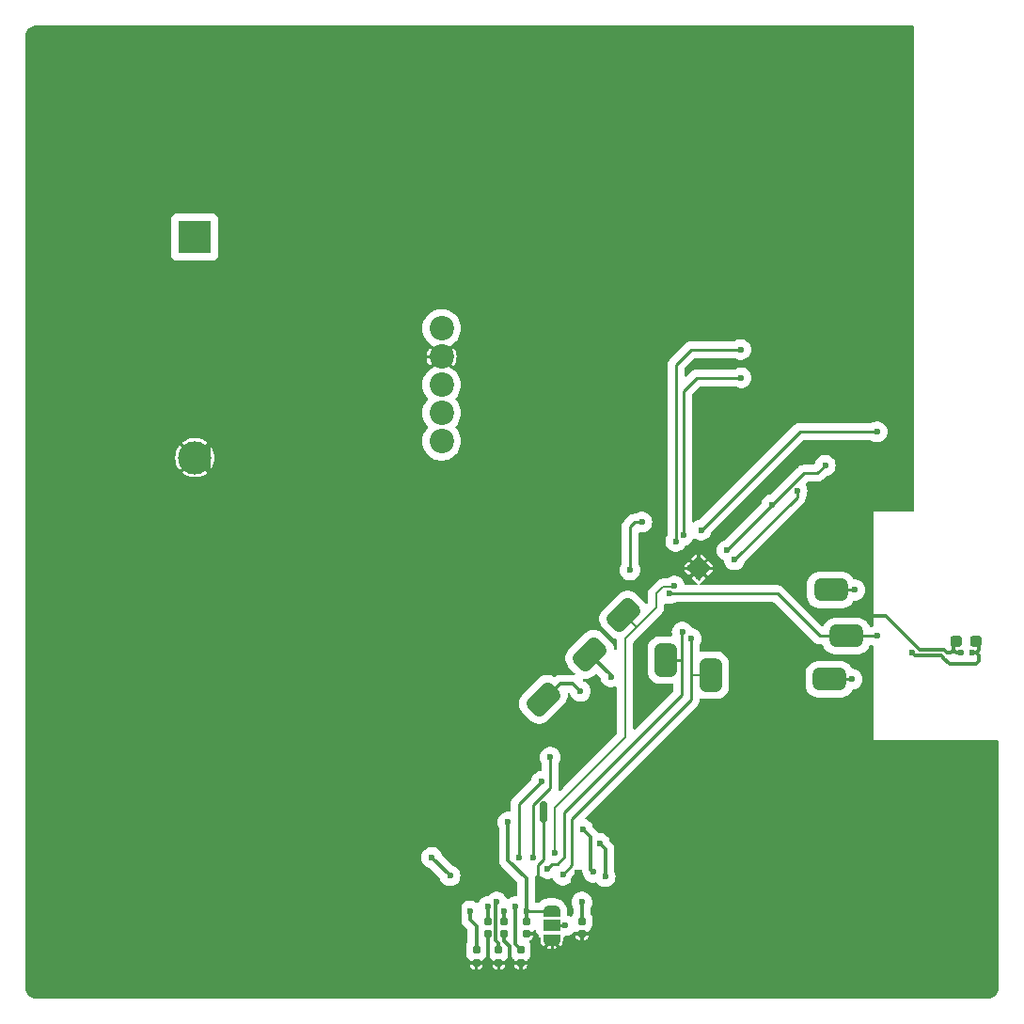
<source format=gbr>
%TF.GenerationSoftware,KiCad,Pcbnew,8.0.6-hq-2-g3d73d9976a*%
%TF.CreationDate,2024-12-24T21:53:32+08:00*%
%TF.ProjectId,DemoBoard_SensorForTemp&Rh_IntegratedWithMCU,44656d6f-426f-4617-9264-5f53656e736f,rev?*%
%TF.SameCoordinates,Original*%
%TF.FileFunction,Copper,L2,Bot*%
%TF.FilePolarity,Positive*%
%FSLAX46Y46*%
G04 Gerber Fmt 4.6, Leading zero omitted, Abs format (unit mm)*
G04 Created by KiCad (PCBNEW 8.0.6-hq-2-g3d73d9976a) date 2024-12-24 21:53:32*
%MOMM*%
%LPD*%
G01*
G04 APERTURE LIST*
G04 Aperture macros list*
%AMRoundRect*
0 Rectangle with rounded corners*
0 $1 Rounding radius*
0 $2 $3 $4 $5 $6 $7 $8 $9 X,Y pos of 4 corners*
0 Add a 4 corners polygon primitive as box body*
4,1,4,$2,$3,$4,$5,$6,$7,$8,$9,$2,$3,0*
0 Add four circle primitives for the rounded corners*
1,1,$1+$1,$2,$3*
1,1,$1+$1,$4,$5*
1,1,$1+$1,$6,$7*
1,1,$1+$1,$8,$9*
0 Add four rect primitives between the rounded corners*
20,1,$1+$1,$2,$3,$4,$5,0*
20,1,$1+$1,$4,$5,$6,$7,0*
20,1,$1+$1,$6,$7,$8,$9,0*
20,1,$1+$1,$8,$9,$2,$3,0*%
%AMFreePoly0*
4,1,19,0.550000,-0.750000,0.000000,-0.750000,0.000000,-0.744911,-0.071157,-0.744911,-0.207708,-0.704816,-0.327430,-0.627875,-0.420627,-0.520320,-0.479746,-0.390866,-0.500000,-0.250000,-0.500000,0.250000,-0.479746,0.390866,-0.420627,0.520320,-0.327430,0.627875,-0.207708,0.704816,-0.071157,0.744911,0.000000,0.744911,0.000000,0.750000,0.550000,0.750000,0.550000,-0.750000,0.550000,-0.750000,
$1*%
%AMFreePoly1*
4,1,19,0.000000,0.744911,0.071157,0.744911,0.207708,0.704816,0.327430,0.627875,0.420627,0.520320,0.479746,0.390866,0.500000,0.250000,0.500000,-0.250000,0.479746,-0.390866,0.420627,-0.520320,0.327430,-0.627875,0.207708,-0.704816,0.071157,-0.744911,0.000000,-0.744911,0.000000,-0.750000,-0.550000,-0.750000,-0.550000,0.750000,0.000000,0.750000,0.000000,0.744911,0.000000,0.744911,
$1*%
G04 Aperture macros list end*
%TA.AperFunction,Conductor*%
%ADD10C,0.000000*%
%TD*%
%TA.AperFunction,SMDPad,CuDef*%
%ADD11RoundRect,0.500000X-0.500000X1.000000X-0.500000X-1.000000X0.500000X-1.000000X0.500000X1.000000X0*%
%TD*%
%TA.AperFunction,SMDPad,CuDef*%
%ADD12RoundRect,0.500000X0.353553X1.060660X-1.060660X-0.353553X-0.353553X-1.060660X1.060660X0.353553X0*%
%TD*%
%TA.AperFunction,ComponentPad*%
%ADD13C,2.200000*%
%TD*%
%TA.AperFunction,HeatsinkPad*%
%ADD14C,0.600000*%
%TD*%
%TA.AperFunction,SMDPad,CuDef*%
%ADD15RoundRect,0.250000X-0.813173X0.000000X0.000000X-0.813173X0.813173X0.000000X0.000000X0.813173X0*%
%TD*%
%TA.AperFunction,ComponentPad*%
%ADD16R,3.000000X3.000000*%
%TD*%
%TA.AperFunction,ComponentPad*%
%ADD17C,3.000000*%
%TD*%
%TA.AperFunction,SMDPad,CuDef*%
%ADD18RoundRect,0.155000X0.155000X-0.212500X0.155000X0.212500X-0.155000X0.212500X-0.155000X-0.212500X0*%
%TD*%
%TA.AperFunction,SMDPad,CuDef*%
%ADD19RoundRect,0.500000X1.000000X0.500000X-1.000000X0.500000X-1.000000X-0.500000X1.000000X-0.500000X0*%
%TD*%
%TA.AperFunction,SMDPad,CuDef*%
%ADD20FreePoly0,270.000000*%
%TD*%
%TA.AperFunction,SMDPad,CuDef*%
%ADD21R,1.500000X1.000000*%
%TD*%
%TA.AperFunction,SMDPad,CuDef*%
%ADD22FreePoly1,270.000000*%
%TD*%
%TA.AperFunction,SMDPad,CuDef*%
%ADD23RoundRect,0.237500X0.287500X0.237500X-0.287500X0.237500X-0.287500X-0.237500X0.287500X-0.237500X0*%
%TD*%
%TA.AperFunction,SMDPad,CuDef*%
%ADD24RoundRect,0.500000X-1.000000X-0.500000X1.000000X-0.500000X1.000000X0.500000X-1.000000X0.500000X0*%
%TD*%
%TA.AperFunction,ViaPad*%
%ADD25C,0.600000*%
%TD*%
%TA.AperFunction,Conductor*%
%ADD26C,0.200000*%
%TD*%
%TA.AperFunction,Conductor*%
%ADD27C,0.250000*%
%TD*%
%TA.AperFunction,Conductor*%
%ADD28C,0.300000*%
%TD*%
%TA.AperFunction,Conductor*%
%ADD29C,0.635000*%
%TD*%
G04 APERTURE END LIST*
D10*
%TA.AperFunction,Conductor*%
%TO.N,GND*%
G36*
X160548000Y-107930000D02*
G01*
X160513000Y-108005000D01*
X160488000Y-108005000D01*
X160463000Y-107985000D01*
X160448000Y-107975000D01*
X160428000Y-107965000D01*
X160413000Y-107960000D01*
X160393000Y-107955000D01*
X160373000Y-107960000D01*
X160353000Y-107970000D01*
X160333000Y-107985000D01*
X160313000Y-108005000D01*
X160139490Y-107767324D01*
X160159490Y-107757324D01*
X160189490Y-107757324D01*
X160209490Y-107747324D01*
X160224490Y-107742324D01*
X160248000Y-107735000D01*
X160274490Y-107732324D01*
X160309490Y-107712324D01*
X160319490Y-107707324D01*
X160344490Y-107692324D01*
X160548000Y-107930000D01*
G37*
%TD.AperFunction*%
%TA.AperFunction,Conductor*%
%TO.N,Net-(U3-VDD)*%
G36*
X162748000Y-107855000D02*
G01*
X162723000Y-107885000D01*
X162703000Y-107916095D01*
X162693000Y-107936095D01*
X162688000Y-107956095D01*
X162693000Y-107976095D01*
X162698000Y-107991095D01*
X162708000Y-108011095D01*
X162718000Y-108026095D01*
X162738000Y-108055000D01*
X162738000Y-108076095D01*
X162663000Y-108111095D01*
X162425324Y-107907585D01*
X162440324Y-107882585D01*
X162445324Y-107872585D01*
X162465324Y-107837585D01*
X162468000Y-107811095D01*
X162475324Y-107787585D01*
X162480324Y-107772585D01*
X162490324Y-107752585D01*
X162490324Y-107722585D01*
X162500324Y-107702585D01*
X162748000Y-107855000D01*
G37*
%TD.AperFunction*%
%TD*%
D11*
%TO.P,nCS,1*%
%TO.N,/E-Ink Driver/RST*%
X138544300Y-109956600D03*
%TD*%
D12*
%TO.P,nDC,1*%
%TO.N,/E-Ink Driver/nDC*%
X130708400Y-104533700D03*
%TD*%
D13*
%TO.P,TP7,1,1*%
%TO.N,GND*%
X114300000Y-81280000D03*
%TD*%
%TO.P,TP10,1,1*%
%TO.N,/HC32L110_QFN20/UART_TX*%
X114300000Y-86360000D03*
%TD*%
%TO.P,TP9,1,1*%
%TO.N,/HC32L110_QFN20/UART_RX*%
X114300000Y-88900000D03*
%TD*%
%TO.P,TP8,1,1*%
%TO.N,/E104-BT01/RST*%
X114300000Y-83820000D03*
%TD*%
D14*
%TO.P,U4,21,PAD*%
%TO.N,GND*%
X137440051Y-99587538D03*
X136697589Y-100330000D03*
D15*
X137440051Y-100330000D03*
D14*
X138182513Y-100330000D03*
X137440051Y-101072462D03*
%TD*%
D16*
%TO.P,REF\u002A\u002A,1*%
%TO.N,VCC*%
X92075000Y-70485000D03*
D17*
%TO.P,REF\u002A\u002A,2*%
%TO.N,GND*%
X92075000Y-90365000D03*
%TD*%
D13*
%TO.P,TP6,1,1*%
%TO.N,VCC*%
X114300000Y-78740000D03*
%TD*%
D18*
%TO.P,C7,1*%
%TO.N,GND*%
X118440000Y-133231700D03*
%TO.P,C7,2*%
%TO.N,/E-Ink Driver/VSL*%
X118440000Y-132096700D03*
%TD*%
D19*
%TO.P,SCL,1*%
%TO.N,/SCL*%
X149352000Y-102285800D03*
%TD*%
D20*
%TO.P,JP1,1,A*%
%TO.N,VCC*%
X124206000Y-131191000D03*
D21*
%TO.P,JP1,2,C*%
%TO.N,/E-Ink Driver/BS*%
X124206000Y-132491000D03*
D22*
%TO.P,JP1,3,B*%
%TO.N,GND*%
X124206000Y-133791000D03*
%TD*%
D12*
%TO.P,SDA,1*%
%TO.N,/E-Ink Driver/nSDA*%
X127635000Y-108077000D03*
%TD*%
D23*
%TO.P,C3,1*%
%TO.N,Net-(U3-VDD)*%
X162419000Y-106944000D03*
%TO.P,C3,2*%
%TO.N,GND*%
X160669000Y-106944000D03*
%TD*%
D18*
%TO.P,C10,1*%
%TO.N,GND*%
X121440000Y-135822500D03*
%TO.P,C10,2*%
%TO.N,Net-(J3-Pin_18)*%
X121440000Y-134687500D03*
%TD*%
D12*
%TO.P,SCK,1*%
%TO.N,/E-Ink Driver/nSCK*%
X123444000Y-112141000D03*
%TD*%
D18*
%TO.P,C17,1*%
%TO.N,GND*%
X126940000Y-133231700D03*
%TO.P,C17,2*%
%TO.N,Net-(J3-Pin_5)*%
X126940000Y-132096700D03*
%TD*%
D11*
%TO.P,nCS,1*%
%TO.N,/E-Ink Driver/nCS*%
X134493000Y-108585000D03*
%TD*%
D18*
%TO.P,C9,1*%
%TO.N,GND*%
X119940000Y-133231700D03*
%TO.P,C9,2*%
%TO.N,/E-Ink Driver/VPP*%
X119940000Y-132096700D03*
%TD*%
D24*
%TO.P,SDA,1*%
%TO.N,/SDA*%
X149225000Y-110312200D03*
%TD*%
D18*
%TO.P,C8,1*%
%TO.N,GND*%
X119440000Y-135822500D03*
%TO.P,C8,2*%
%TO.N,/E-Ink Driver/VSH*%
X119440000Y-134687500D03*
%TD*%
D19*
%TO.P,SCL,1*%
%TO.N,VCC*%
X150749000Y-106426000D03*
%TD*%
D18*
%TO.P,C6,1*%
%TO.N,GND*%
X117440000Y-135822500D03*
%TO.P,C6,2*%
%TO.N,/E-Ink Driver/VCOM*%
X117440000Y-134687500D03*
%TD*%
%TO.P,C16,1*%
%TO.N,GND*%
X121940000Y-133231700D03*
%TO.P,C16,2*%
%TO.N,VCC*%
X121940000Y-132096700D03*
%TD*%
D25*
%TO.N,VCC*%
X153543000Y-106426000D03*
X134810500Y-102616000D03*
X132334000Y-96164400D03*
X120269000Y-123190000D03*
X121940000Y-131191000D03*
X131267200Y-100482400D03*
%TO.N,Net-(U3-VDD)*%
X162052000Y-107960000D03*
X156654500Y-107960000D03*
%TO.N,GND*%
X148971000Y-81534000D03*
X146558000Y-86106000D03*
X114681000Y-96266000D03*
X155956000Y-94234000D03*
X78486000Y-102235000D03*
X124714000Y-109347000D03*
X108458000Y-93726000D03*
X115316000Y-100711000D03*
X153289000Y-137922000D03*
X78740000Y-81026000D03*
X149860000Y-86741000D03*
X132588000Y-77343000D03*
X90170000Y-78740000D03*
X145161000Y-77724000D03*
X89027000Y-54229000D03*
X138087100Y-115100100D03*
X128397000Y-97536000D03*
X92710000Y-85090000D03*
X144907000Y-85598000D03*
X117094000Y-109474000D03*
X151257000Y-56134000D03*
X79121000Y-66421000D03*
X148082000Y-85344000D03*
X113411000Y-91948000D03*
X112268000Y-137795000D03*
X118999000Y-76962000D03*
X79375000Y-90424000D03*
X125476000Y-99822000D03*
X142113000Y-108077000D03*
X131953000Y-90678000D03*
X123507500Y-121602500D03*
X114427000Y-97536000D03*
X149479000Y-137414000D03*
X120015000Y-96901000D03*
X151003000Y-80899000D03*
X127127000Y-113157000D03*
X119634000Y-83439000D03*
X117094000Y-98552000D03*
X110871000Y-112649000D03*
X120142000Y-136779000D03*
X121412000Y-111379000D03*
X128524000Y-137922000D03*
X154432000Y-77216000D03*
X124587000Y-97536000D03*
X140462000Y-107442000D03*
X156337000Y-92583000D03*
X114300000Y-137922000D03*
X109474000Y-104140000D03*
X120523000Y-128397000D03*
X115189000Y-56642000D03*
X145542000Y-135382000D03*
X95250000Y-77470000D03*
X146304000Y-83820000D03*
X150495000Y-113030000D03*
X97790000Y-78740000D03*
X92075000Y-137033000D03*
X92710000Y-77470000D03*
X156210000Y-72898000D03*
X162433000Y-130937000D03*
X110617000Y-75565000D03*
X129429282Y-101108282D03*
X143510000Y-104140000D03*
X151638000Y-84709000D03*
X108077000Y-98679000D03*
X120777000Y-90424000D03*
X153289000Y-83312000D03*
X104267000Y-137668000D03*
X128905000Y-82423000D03*
X82169000Y-57912000D03*
X127127000Y-91948000D03*
X80899000Y-98425000D03*
X145923000Y-81534000D03*
X123507500Y-122872500D03*
X121285000Y-98679000D03*
X144145000Y-104775000D03*
X126530000Y-127720000D03*
X138430000Y-112649000D03*
X161036000Y-107960000D03*
X137795000Y-76454000D03*
X108204000Y-137668000D03*
X129286000Y-96266000D03*
X163576000Y-125476000D03*
X152400000Y-108585000D03*
X142494000Y-56007000D03*
X80010000Y-136144000D03*
X155956000Y-74168000D03*
X133985000Y-80518000D03*
X88900000Y-81280000D03*
X160528000Y-136652000D03*
X116332000Y-112141000D03*
X110871000Y-108839000D03*
X117348000Y-106172000D03*
X153289000Y-86233000D03*
X110490000Y-106553000D03*
X152019000Y-86614000D03*
X108077000Y-73406000D03*
X122936000Y-78232000D03*
X108839000Y-80010000D03*
X146939000Y-82804000D03*
X126492000Y-54864000D03*
X147320000Y-78105000D03*
X123507500Y-122237500D03*
X79883000Y-73152000D03*
X125730000Y-105410000D03*
X99060000Y-81280000D03*
X122555000Y-105283000D03*
X154686000Y-67818000D03*
X102235000Y-72136000D03*
X110744000Y-77343000D03*
X78740000Y-133604000D03*
X78740000Y-130048000D03*
X147066000Y-112776000D03*
X79502000Y-109855000D03*
X162052000Y-119634000D03*
X149860000Y-83312000D03*
X152400000Y-104140000D03*
X149860000Y-81915000D03*
X115697000Y-105537000D03*
X116967000Y-95758000D03*
X100711000Y-54737000D03*
X108839000Y-92456000D03*
X90170000Y-83820000D03*
X84328000Y-137541000D03*
X104013000Y-72517000D03*
X154051000Y-94615000D03*
X95250000Y-85090000D03*
X151765000Y-112776000D03*
X152908000Y-81280000D03*
X134239000Y-92075000D03*
X97790000Y-83820000D03*
X137922000Y-137160000D03*
X132575300Y-102920800D03*
X127127000Y-75565000D03*
X138684000Y-85725000D03*
%TO.N,/E-Ink Driver/VCOM*%
X116840000Y-131191000D03*
%TO.N,/E-Ink Driver/VSL*%
X118440000Y-130810000D03*
%TO.N,/E-Ink Driver/VSH*%
X119253000Y-130378200D03*
%TO.N,/E-Ink Driver/VPP*%
X119940000Y-131191000D03*
%TO.N,Net-(J3-Pin_18)*%
X120929400Y-130810000D03*
%TO.N,/E104-BT01/RST*%
X137668000Y-96883952D03*
X153517600Y-88036400D03*
%TO.N,Net-(J3-Pin_5)*%
X126940000Y-130378200D03*
%TO.N,/E-Ink Driver/PREVGH*%
X113420958Y-126374958D03*
X115062000Y-128016000D03*
%TO.N,/E-Ink Driver/nSDA*%
X121285000Y-126365000D03*
X129540000Y-110109000D03*
X123317000Y-119507000D03*
%TO.N,/E-Ink Driver/RST*%
X136779000Y-106680000D03*
X125222000Y-127939800D03*
%TO.N,/E-Ink Driver/RESE*%
X127940000Y-127686000D03*
X127000000Y-123825000D03*
%TO.N,/E-Ink Driver/nSCK*%
X124079000Y-117348000D03*
X126790450Y-111398050D03*
X122555000Y-126365000D03*
%TO.N,/E-Ink Driver/GDR*%
X128524000Y-125095000D03*
X129032000Y-128079500D03*
%TO.N,/E-Ink Driver/nCS*%
X135966200Y-106070400D03*
X123825000Y-127381000D03*
%TO.N,/SDA*%
X151257000Y-110312200D03*
%TO.N,/SCL*%
X151511000Y-102285800D03*
%TO.N,/E104-BT01/TX*%
X140004800Y-98704400D03*
X148835190Y-91067810D03*
X144018000Y-94615000D03*
%TO.N,/E104-BT01/WKP*%
X141274800Y-83185000D03*
X136093200Y-97332800D03*
%TO.N,/E104-BT01/DATA*%
X141249400Y-80645000D03*
X135382000Y-97917000D03*
%TO.N,/E104-BT01/DISC*%
X140665200Y-99568000D03*
X146304000Y-93370400D03*
%TO.N,/E-Ink Driver/BS*%
X125437900Y-132486400D03*
%TO.N,/E-Ink Driver/nDC*%
X124460000Y-125984000D03*
X135267700Y-101942900D03*
%TD*%
D26*
%TO.N,GND*%
X124612400Y-129108200D02*
X124574300Y-129146300D01*
X126034800Y-129108200D02*
X124612400Y-129108200D01*
D27*
X124002800Y-128574800D02*
X124574300Y-129146300D01*
X122999500Y-128574800D02*
X124002800Y-128574800D01*
X122999500Y-127063500D02*
X122999500Y-128574800D01*
X123507500Y-126555500D02*
X122999500Y-127063500D01*
X123507500Y-122872500D02*
X123507500Y-126555500D01*
X130432582Y-102184200D02*
X129429282Y-103187500D01*
X131838700Y-102184200D02*
X130432582Y-102184200D01*
X132575300Y-102920800D02*
X131838700Y-102184200D01*
X129175282Y-103441500D02*
X121920000Y-103441500D01*
X129429282Y-103187500D02*
X129175282Y-103441500D01*
X129429282Y-101108282D02*
X129429282Y-103187500D01*
D28*
%TO.N,/E-Ink Driver/nSDA*%
X129540000Y-109982000D02*
X127635000Y-108077000D01*
X129540000Y-110109000D02*
X129540000Y-109982000D01*
D26*
%TO.N,/E-Ink Driver/RST*%
X138544300Y-109956600D02*
X136779000Y-109956600D01*
D27*
X136779000Y-109956600D02*
X136779000Y-112141000D01*
X136779000Y-106680000D02*
X136779000Y-109956600D01*
D26*
%TO.N,/E-Ink Driver/nDC*%
X131832350Y-105657650D02*
X133350000Y-104140000D01*
X130708400Y-104533700D02*
X131832350Y-105657650D01*
X130810000Y-106680000D02*
X131832350Y-105657650D01*
D27*
%TO.N,/E-Ink Driver/RST*%
X126047500Y-122872500D02*
X126047500Y-127063500D01*
X126047500Y-127063500D02*
X125222000Y-127889000D01*
X125222000Y-127889000D02*
X125222000Y-127939800D01*
X136779000Y-112141000D02*
X126047500Y-122872500D01*
D28*
%TO.N,VCC*%
X121920000Y-128270000D02*
X120269000Y-126619000D01*
D27*
X131267200Y-96596200D02*
X131267200Y-100482400D01*
D28*
X121940000Y-131191000D02*
X121940000Y-132096700D01*
D27*
X121940000Y-131191000D02*
X124206000Y-131191000D01*
X132334000Y-96164400D02*
X131699000Y-96164400D01*
D28*
X121940000Y-131191000D02*
X121920000Y-131191000D01*
X120269000Y-126619000D02*
X120269000Y-123190000D01*
D27*
X148336000Y-106426000D02*
X153543000Y-106426000D01*
X131699000Y-96164400D02*
X131267200Y-96596200D01*
D28*
X121920000Y-131191000D02*
X121920000Y-128270000D01*
D27*
X144526000Y-102616000D02*
X148336000Y-106426000D01*
X134810500Y-102616000D02*
X144526000Y-102616000D01*
D28*
%TO.N,Net-(U3-VDD)*%
X162687000Y-108214000D02*
X162433000Y-107960000D01*
X162433000Y-108976000D02*
X162687000Y-108722000D01*
X162687000Y-106970500D02*
X162406500Y-106690000D01*
X159429054Y-108385054D02*
X160020000Y-108976000D01*
X159258000Y-108206000D02*
X159429054Y-108377054D01*
X162052000Y-107960000D02*
X162433000Y-107960000D01*
X156654500Y-107960000D02*
X156900500Y-108206000D01*
X162687000Y-108722000D02*
X162687000Y-108214000D01*
X159429054Y-108377054D02*
X159429054Y-108385054D01*
X160020000Y-108976000D02*
X162433000Y-108976000D01*
X162687000Y-107706000D02*
X162687000Y-106970500D01*
X156900500Y-108206000D02*
X159258000Y-108206000D01*
X162433000Y-107960000D02*
X162687000Y-107706000D01*
%TO.N,GND*%
X117440000Y-135822500D02*
X118491000Y-135822500D01*
D27*
X147955000Y-104648000D02*
X143637000Y-100330000D01*
X124206000Y-133791000D02*
X124206000Y-135822500D01*
D28*
X160147000Y-107960000D02*
X160401000Y-107706000D01*
D27*
X139992100Y-100672900D02*
X139649200Y-100330000D01*
X139649200Y-100330000D02*
X136450102Y-100330000D01*
D28*
X159512000Y-107706000D02*
X159766000Y-107960000D01*
D27*
X93345000Y-135255000D02*
X93345000Y-103378000D01*
X121920000Y-92075000D02*
X121920000Y-103441500D01*
D28*
X157861000Y-107706000D02*
X159512000Y-107706000D01*
X154305000Y-104648000D02*
X157353000Y-107696000D01*
X159766000Y-107960000D02*
X160147000Y-107960000D01*
D27*
X134239000Y-92075000D02*
X121920000Y-92075000D01*
X141351000Y-100672900D02*
X139992100Y-100672900D01*
X143637000Y-100330000D02*
X141693900Y-100330000D01*
D28*
X122665300Y-133231700D02*
X122859800Y-133426200D01*
X120396000Y-134366000D02*
X120396000Y-135822500D01*
D27*
X114300000Y-81280000D02*
X99060000Y-81280000D01*
X122444700Y-135822500D02*
X124206000Y-135822500D01*
D28*
X121940000Y-133231700D02*
X121940000Y-133243000D01*
D27*
X115951000Y-135255000D02*
X93345000Y-135255000D01*
D28*
X122859800Y-133934200D02*
X122453400Y-134340600D01*
X118440000Y-133231700D02*
X118440000Y-135771500D01*
X160401000Y-106970500D02*
X160681500Y-106690000D01*
X160401000Y-107706000D02*
X160401000Y-106970500D01*
D27*
X128104900Y-133231700D02*
X126940000Y-133231700D01*
X115951000Y-128968500D02*
X115951000Y-135255000D01*
X124206000Y-135822500D02*
X126940000Y-135822500D01*
D28*
X121940000Y-133231700D02*
X122665300Y-133231700D01*
D27*
X126034800Y-128215200D02*
X126530000Y-127720000D01*
D28*
X122453400Y-134340600D02*
X122453400Y-135813800D01*
D27*
X121920000Y-103441500D02*
X93345000Y-103441500D01*
D28*
X119940000Y-133910000D02*
X120396000Y-134366000D01*
D27*
X126940000Y-135822500D02*
X126940000Y-133231700D01*
X116518500Y-135822500D02*
X117440000Y-135822500D01*
D28*
X118491000Y-135822500D02*
X120396000Y-135822500D01*
D27*
X137440051Y-99340051D02*
X137440051Y-101319949D01*
D28*
X122444700Y-135822500D02*
X121440000Y-135822500D01*
D27*
X93345000Y-103441500D02*
X93345000Y-103378000D01*
X120523000Y-128397000D02*
X116522500Y-128397000D01*
D28*
X122453400Y-135813800D02*
X122444700Y-135822500D01*
X161036000Y-107960000D02*
X160655000Y-107960000D01*
D27*
X93345000Y-85090000D02*
X95250000Y-85090000D01*
X126034800Y-128574800D02*
X126034800Y-128215200D01*
D28*
X157353000Y-107696000D02*
X157851000Y-107696000D01*
D27*
X141693900Y-100330000D02*
X141351000Y-100672900D01*
D28*
X148844000Y-104648000D02*
X154305000Y-104648000D01*
D29*
X123507500Y-121602500D02*
X123507500Y-122872500D01*
D28*
X120396000Y-135822500D02*
X121440000Y-135822500D01*
X119940000Y-133231700D02*
X119940000Y-133910000D01*
D27*
X116522500Y-128397000D02*
X115951000Y-128968500D01*
X115951000Y-135255000D02*
X116518500Y-135822500D01*
X93345000Y-103378000D02*
X93345000Y-85090000D01*
X126034800Y-128574800D02*
X126034800Y-129108200D01*
D28*
X122859800Y-133426200D02*
X122859800Y-133934200D01*
D27*
X148844000Y-104648000D02*
X147955000Y-104648000D01*
D28*
X157851000Y-107696000D02*
X157861000Y-107706000D01*
D27*
X126034800Y-129108200D02*
X128104900Y-129108200D01*
X128104900Y-129108200D02*
X128104900Y-133231700D01*
D28*
X160655000Y-107960000D02*
X160401000Y-107706000D01*
%TO.N,/E-Ink Driver/VCOM*%
X116840000Y-131953000D02*
X117440000Y-132553000D01*
X116840000Y-131191000D02*
X116840000Y-131953000D01*
X117440000Y-132553000D02*
X117440000Y-134687500D01*
%TO.N,/E-Ink Driver/VSL*%
X118440000Y-132096700D02*
X118440000Y-130810000D01*
%TO.N,/E-Ink Driver/VSH*%
X119176800Y-133832600D02*
X119440000Y-134095800D01*
X119253000Y-130378200D02*
X119176800Y-130454400D01*
X119176800Y-130454400D02*
X119176800Y-133832600D01*
X119440000Y-134095800D02*
X119440000Y-134687500D01*
%TO.N,/E-Ink Driver/VPP*%
X119940000Y-131191000D02*
X119940000Y-132096700D01*
%TO.N,Net-(J3-Pin_18)*%
X120929400Y-134176900D02*
X121440000Y-134687500D01*
X120929400Y-130810000D02*
X120929400Y-134176900D01*
D27*
%TO.N,/E104-BT01/RST*%
X153466800Y-87985600D02*
X146566352Y-87985600D01*
X153517600Y-88036400D02*
X153466800Y-87985600D01*
X146566352Y-87985600D02*
X137668000Y-96883952D01*
D28*
%TO.N,Net-(J3-Pin_5)*%
X126940000Y-130378200D02*
X126940000Y-132096700D01*
%TO.N,/E-Ink Driver/PREVGH*%
X113420958Y-126374958D02*
X115062000Y-128016000D01*
D27*
%TO.N,/E-Ink Driver/nSDA*%
X121285000Y-126365000D02*
X121285000Y-121539000D01*
X121285000Y-121539000D02*
X123317000Y-119507000D01*
D28*
%TO.N,/E-Ink Driver/RESE*%
X127940000Y-127686000D02*
X127711200Y-127457200D01*
X127711200Y-127457200D02*
X127711200Y-124536200D01*
X127711200Y-124536200D02*
X127000000Y-123825000D01*
D27*
%TO.N,/E-Ink Driver/nSCK*%
X124079000Y-120078500D02*
X122555000Y-121602500D01*
X124079000Y-117348000D02*
X124079000Y-120078500D01*
D28*
X126136400Y-110744000D02*
X126790450Y-111398050D01*
X124968000Y-110744000D02*
X123444000Y-112268000D01*
D27*
X122555000Y-121602500D02*
X122555000Y-126365000D01*
D28*
X126136400Y-110744000D02*
X124968000Y-110744000D01*
%TO.N,/E-Ink Driver/GDR*%
X129032000Y-128079500D02*
X129032000Y-125603000D01*
X129032000Y-125603000D02*
X128524000Y-125095000D01*
D27*
%TO.N,/E-Ink Driver/nCS*%
X135953500Y-108585000D02*
X135953500Y-108559600D01*
X135953500Y-108559600D02*
X135953500Y-111696500D01*
X134493000Y-108585000D02*
X135953500Y-108585000D01*
X135966200Y-106070400D02*
X135953500Y-106083100D01*
X135953500Y-106083100D02*
X135953500Y-108559600D01*
X125349000Y-122301000D02*
X125349000Y-126301500D01*
X135953500Y-111696500D02*
X125349000Y-122301000D01*
X124714000Y-126936500D02*
X124269500Y-126936500D01*
X124269500Y-126936500D02*
X123825000Y-127381000D01*
X125349000Y-126301500D02*
X124714000Y-126936500D01*
%TO.N,/SDA*%
X151257000Y-110312200D02*
X149225000Y-110312200D01*
%TO.N,/SCL*%
X151511000Y-102285800D02*
X149352000Y-102285800D01*
%TO.N,/E104-BT01/TX*%
X148132800Y-91770200D02*
X148835190Y-91067810D01*
X140004800Y-98704400D02*
X146939000Y-91770200D01*
X146939000Y-91770200D02*
X148132800Y-91770200D01*
%TO.N,/E104-BT01/WKP*%
X136093200Y-84378800D02*
X136093200Y-97332800D01*
X141274800Y-83185000D02*
X137287000Y-83185000D01*
X137287000Y-83185000D02*
X136093200Y-84378800D01*
%TO.N,/E104-BT01/DATA*%
X135382000Y-97917000D02*
X135382000Y-82042000D01*
X135382000Y-82042000D02*
X136779000Y-80645000D01*
X136779000Y-80645000D02*
X141249400Y-80645000D01*
%TO.N,/E104-BT01/DISC*%
X146304000Y-93929200D02*
X146304000Y-93370400D01*
X140665200Y-99568000D02*
X146304000Y-93929200D01*
%TO.N,/E-Ink Driver/BS*%
X125433300Y-132491000D02*
X124206000Y-132491000D01*
X125437900Y-132486400D02*
X125433300Y-132491000D01*
D26*
%TO.N,/E-Ink Driver/nDC*%
X125730000Y-120650000D02*
X130810000Y-115570000D01*
X124460000Y-123190000D02*
X124460000Y-121920000D01*
X134239000Y-101981000D02*
X134747000Y-101981000D01*
X135229600Y-101981000D02*
X135267700Y-101942900D01*
X133604000Y-102616000D02*
X134239000Y-101981000D01*
X130810000Y-115570000D02*
X130810000Y-113157000D01*
X130810000Y-113157000D02*
X130810000Y-106680000D01*
X124460000Y-125984000D02*
X124460000Y-123190000D01*
X133350000Y-104140000D02*
X133604000Y-103886000D01*
X124460000Y-121920000D02*
X125730000Y-120650000D01*
X133604000Y-103886000D02*
X133604000Y-102616000D01*
X134747000Y-101981000D02*
X135229600Y-101981000D01*
%TD*%
%TA.AperFunction,Conductor*%
%TO.N,GND*%
G36*
X136827587Y-100422121D02*
G01*
X136773931Y-100468614D01*
X136733881Y-100477325D01*
X136782557Y-100457164D01*
X136824753Y-100414968D01*
X136841701Y-100374049D01*
X136827587Y-100422121D01*
G37*
%TD.AperFunction*%
%TA.AperFunction,Conductor*%
G36*
X136789710Y-100200002D02*
G01*
X136836203Y-100253658D01*
X136844914Y-100293707D01*
X136824753Y-100245032D01*
X136782557Y-100202836D01*
X136741638Y-100185887D01*
X136789710Y-100200002D01*
G37*
%TD.AperFunction*%
%TA.AperFunction,Conductor*%
G36*
X138055349Y-100414968D02*
G01*
X138097545Y-100457164D01*
X138138463Y-100474112D01*
X138090392Y-100459998D01*
X138043899Y-100406342D01*
X138035187Y-100366292D01*
X138055349Y-100414968D01*
G37*
%TD.AperFunction*%
%TA.AperFunction,Conductor*%
G36*
X138097545Y-100202836D02*
G01*
X138055349Y-100245032D01*
X138038400Y-100285950D01*
X138052515Y-100237879D01*
X138106171Y-100191386D01*
X138146220Y-100182674D01*
X138097545Y-100202836D01*
G37*
%TD.AperFunction*%
%TA.AperFunction,Conductor*%
G36*
X137570049Y-99679659D02*
G01*
X137516393Y-99726152D01*
X137476343Y-99734863D01*
X137525019Y-99714702D01*
X137567215Y-99672506D01*
X137584163Y-99631587D01*
X137570049Y-99679659D01*
G37*
%TD.AperFunction*%
%TA.AperFunction,Conductor*%
G36*
X137312887Y-99672506D02*
G01*
X137355083Y-99714702D01*
X137396001Y-99731650D01*
X137347930Y-99717536D01*
X137301437Y-99663880D01*
X137292725Y-99623830D01*
X137312887Y-99672506D01*
G37*
%TD.AperFunction*%
%TA.AperFunction,Conductor*%
G36*
X156787121Y-51455002D02*
G01*
X156833614Y-51508658D01*
X156845000Y-51561000D01*
X156845000Y-69388245D01*
X156837266Y-69427132D01*
X156838024Y-69427335D01*
X156835887Y-69435310D01*
X156835886Y-69435312D01*
X156812000Y-69524456D01*
X156812000Y-69616744D01*
X156835886Y-69705888D01*
X156838024Y-69713866D01*
X156837263Y-69714069D01*
X156845000Y-69752953D01*
X156845000Y-95193450D01*
X156829227Y-95218483D01*
X156764912Y-95248552D01*
X156745866Y-95250000D01*
X153162000Y-95250000D01*
X153162000Y-105489774D01*
X153141998Y-105557895D01*
X153088342Y-105604388D01*
X153087252Y-105604879D01*
X153072677Y-105611368D01*
X153031291Y-105641437D01*
X152964423Y-105665295D01*
X152957231Y-105665500D01*
X152955258Y-105665500D01*
X152887137Y-105645498D01*
X152840644Y-105591842D01*
X152836072Y-105580014D01*
X152816526Y-105534369D01*
X152750138Y-105379337D01*
X152628589Y-105199750D01*
X152628588Y-105199749D01*
X152628586Y-105199746D01*
X152475253Y-105046413D01*
X152295666Y-104924864D01*
X152295665Y-104924863D01*
X152295663Y-104924862D01*
X152096317Y-104839498D01*
X152096316Y-104839497D01*
X152096312Y-104839496D01*
X152096313Y-104839496D01*
X151884422Y-104793402D01*
X151884423Y-104793402D01*
X151835707Y-104790500D01*
X151835704Y-104790500D01*
X149662296Y-104790500D01*
X149662292Y-104790500D01*
X149613576Y-104793402D01*
X149401686Y-104839496D01*
X149259430Y-104900413D01*
X149202337Y-104924862D01*
X149202335Y-104924862D01*
X149202333Y-104924864D01*
X149022746Y-105046413D01*
X148869413Y-105199746D01*
X148747864Y-105379333D01*
X148706306Y-105476380D01*
X148661103Y-105531127D01*
X148593477Y-105552744D01*
X148524900Y-105534369D01*
X148501384Y-105515875D01*
X145121129Y-102135620D01*
X145121109Y-102135598D01*
X145010796Y-102025285D01*
X145010790Y-102025280D01*
X144969459Y-101997663D01*
X144886232Y-101942053D01*
X144747830Y-101884725D01*
X144600906Y-101855500D01*
X144600903Y-101855500D01*
X137672729Y-101855500D01*
X137604608Y-101835498D01*
X137558115Y-101781842D01*
X137548011Y-101711568D01*
X137553709Y-101699092D01*
X147216500Y-101699092D01*
X147216500Y-102872507D01*
X147219402Y-102921223D01*
X147265496Y-103133113D01*
X147289946Y-103190210D01*
X147350862Y-103332463D01*
X147350863Y-103332465D01*
X147350864Y-103332466D01*
X147472413Y-103512053D01*
X147625746Y-103665386D01*
X147625749Y-103665388D01*
X147625750Y-103665389D01*
X147805337Y-103786938D01*
X148004683Y-103872302D01*
X148004686Y-103872302D01*
X148004687Y-103872303D01*
X148004686Y-103872303D01*
X148158925Y-103905855D01*
X148216581Y-103918398D01*
X148265296Y-103921300D01*
X148265312Y-103921300D01*
X150438688Y-103921300D01*
X150438704Y-103921300D01*
X150487419Y-103918398D01*
X150593368Y-103895350D01*
X150699313Y-103872303D01*
X150699313Y-103872302D01*
X150699317Y-103872302D01*
X150898663Y-103786938D01*
X151078250Y-103665389D01*
X151231589Y-103512050D01*
X151353138Y-103332463D01*
X151353140Y-103332459D01*
X151368024Y-103297701D01*
X151413226Y-103242954D01*
X151480851Y-103221336D01*
X151483851Y-103221300D01*
X151609325Y-103221300D01*
X151801678Y-103180414D01*
X151981327Y-103100429D01*
X152140420Y-102984841D01*
X152272004Y-102838702D01*
X152370329Y-102668398D01*
X152431097Y-102481373D01*
X152451653Y-102285800D01*
X152431097Y-102090227D01*
X152409995Y-102025281D01*
X152370331Y-101903207D01*
X152370327Y-101903199D01*
X152272005Y-101732899D01*
X152272003Y-101732897D01*
X152140422Y-101586760D01*
X151981327Y-101471171D01*
X151801678Y-101391186D01*
X151609325Y-101350300D01*
X151483850Y-101350300D01*
X151415729Y-101330298D01*
X151369236Y-101276642D01*
X151368056Y-101273975D01*
X151353138Y-101239137D01*
X151231589Y-101059550D01*
X151231587Y-101059548D01*
X151231585Y-101059545D01*
X151078253Y-100906213D01*
X150898666Y-100784664D01*
X150898665Y-100784663D01*
X150898663Y-100784662D01*
X150699317Y-100699298D01*
X150699316Y-100699297D01*
X150699312Y-100699296D01*
X150699313Y-100699296D01*
X150487422Y-100653202D01*
X150487423Y-100653202D01*
X150438707Y-100650300D01*
X150438704Y-100650300D01*
X148265296Y-100650300D01*
X148265292Y-100650300D01*
X148216576Y-100653202D01*
X148004686Y-100699296D01*
X147878696Y-100753248D01*
X147805337Y-100784662D01*
X147805335Y-100784662D01*
X147805333Y-100784664D01*
X147625746Y-100906213D01*
X147472413Y-101059546D01*
X147350864Y-101239133D01*
X147265496Y-101438486D01*
X147219402Y-101650376D01*
X147216500Y-101699092D01*
X137553709Y-101699092D01*
X137577505Y-101646988D01*
X137620387Y-101614886D01*
X137715339Y-101571522D01*
X137762334Y-101533650D01*
X137762346Y-101533640D01*
X137800266Y-101495718D01*
X137812665Y-101484844D01*
X137835170Y-101467576D01*
X137852432Y-101445079D01*
X137863302Y-101432684D01*
X138096952Y-101199034D01*
X138096952Y-101199032D01*
X137440052Y-100542132D01*
X137440051Y-100542132D01*
X136783149Y-101199032D01*
X137016794Y-101432677D01*
X137027662Y-101445069D01*
X137044936Y-101467581D01*
X137067445Y-101484853D01*
X137079838Y-101495721D01*
X137117764Y-101533648D01*
X137164762Y-101571522D01*
X137164764Y-101571523D01*
X137259715Y-101614886D01*
X137313371Y-101661379D01*
X137333373Y-101729500D01*
X137313371Y-101797621D01*
X137259715Y-101844114D01*
X137207373Y-101855500D01*
X136312617Y-101855500D01*
X136244496Y-101835498D01*
X136198003Y-101781842D01*
X136190274Y-101753543D01*
X136189168Y-101753779D01*
X136187796Y-101747322D01*
X136127031Y-101560307D01*
X136127027Y-101560299D01*
X136028705Y-101389999D01*
X136028703Y-101389997D01*
X135897122Y-101243860D01*
X135738027Y-101128271D01*
X135558378Y-101048286D01*
X135366025Y-101007400D01*
X135169375Y-101007400D01*
X134977024Y-101048285D01*
X134797369Y-101128273D01*
X134669142Y-101221436D01*
X134602274Y-101245295D01*
X134595081Y-101245500D01*
X134166554Y-101245500D01*
X134024460Y-101273764D01*
X133968297Y-101297029D01*
X133890608Y-101329209D01*
X133819064Y-101377014D01*
X133770150Y-101409697D01*
X133770143Y-101409702D01*
X133450346Y-101729500D01*
X133135146Y-102044700D01*
X133089625Y-102090221D01*
X133032699Y-102147146D01*
X132952208Y-102267610D01*
X132896767Y-102401456D01*
X132896765Y-102401461D01*
X132868500Y-102543557D01*
X132868500Y-103371768D01*
X132848498Y-103439889D01*
X132794842Y-103486382D01*
X132724568Y-103496486D01*
X132659988Y-103466992D01*
X132648264Y-103455407D01*
X132633306Y-103438554D01*
X132633275Y-103438521D01*
X131803578Y-102608824D01*
X131803547Y-102608795D01*
X131767071Y-102576421D01*
X131767068Y-102576419D01*
X131767065Y-102576416D01*
X131767060Y-102576413D01*
X131767055Y-102576409D01*
X131584639Y-102459179D01*
X131584636Y-102459177D01*
X131440459Y-102401456D01*
X131383317Y-102378579D01*
X131383313Y-102378578D01*
X131170386Y-102337541D01*
X131170384Y-102337540D01*
X131170380Y-102337540D01*
X130953526Y-102337540D01*
X130953522Y-102337540D01*
X130953519Y-102337541D01*
X130740593Y-102378578D01*
X130740589Y-102378579D01*
X130606179Y-102432390D01*
X130539271Y-102459177D01*
X130539269Y-102459178D01*
X130539267Y-102459179D01*
X130356841Y-102576415D01*
X130320347Y-102608806D01*
X130320327Y-102608825D01*
X128783525Y-104145627D01*
X128783506Y-104145647D01*
X128751115Y-104182141D01*
X128633879Y-104364567D01*
X128553279Y-104565889D01*
X128553278Y-104565893D01*
X128512241Y-104778819D01*
X128512240Y-104778830D01*
X128512240Y-104995675D01*
X128512241Y-104995686D01*
X128546951Y-105175786D01*
X128553279Y-105208616D01*
X128633877Y-105409936D01*
X128633879Y-105409939D01*
X128751109Y-105592355D01*
X128751113Y-105592360D01*
X128751116Y-105592365D01*
X128751119Y-105592368D01*
X128751121Y-105592371D01*
X128783495Y-105628847D01*
X128783524Y-105628878D01*
X129613221Y-106458575D01*
X129613252Y-106458604D01*
X129642347Y-106484427D01*
X129649735Y-106490984D01*
X129832164Y-106608223D01*
X129995332Y-106673547D01*
X130051137Y-106717432D01*
X130074357Y-106784524D01*
X130074500Y-106790519D01*
X130074500Y-107558054D01*
X130054498Y-107626175D01*
X130000842Y-107672668D01*
X129930568Y-107682772D01*
X129865988Y-107653278D01*
X129827604Y-107593552D01*
X129824777Y-107581899D01*
X129790121Y-107402086D01*
X129790120Y-107402082D01*
X129709523Y-107200764D01*
X129620726Y-107062592D01*
X129592290Y-107018344D01*
X129592288Y-107018341D01*
X129592284Y-107018335D01*
X129590850Y-107016719D01*
X129559904Y-106981852D01*
X129559875Y-106981821D01*
X128730178Y-106152124D01*
X128730147Y-106152095D01*
X128693671Y-106119721D01*
X128693668Y-106119719D01*
X128693665Y-106119716D01*
X128693660Y-106119713D01*
X128693655Y-106119709D01*
X128511239Y-106002479D01*
X128511236Y-106002477D01*
X128377121Y-105948784D01*
X128309917Y-105921879D01*
X128309913Y-105921878D01*
X128096986Y-105880841D01*
X128096984Y-105880840D01*
X128096980Y-105880840D01*
X127880126Y-105880840D01*
X127880122Y-105880840D01*
X127880119Y-105880841D01*
X127667193Y-105921878D01*
X127667189Y-105921879D01*
X127532779Y-105975690D01*
X127465871Y-106002477D01*
X127465869Y-106002478D01*
X127465867Y-106002479D01*
X127283441Y-106119715D01*
X127246947Y-106152106D01*
X127246927Y-106152125D01*
X125710125Y-107688927D01*
X125710106Y-107688947D01*
X125677715Y-107725441D01*
X125560479Y-107907867D01*
X125479879Y-108109189D01*
X125479878Y-108109193D01*
X125438841Y-108322119D01*
X125438840Y-108322130D01*
X125438840Y-108538975D01*
X125438841Y-108538986D01*
X125474825Y-108725696D01*
X125479879Y-108751916D01*
X125560477Y-108953236D01*
X125560479Y-108953239D01*
X125677709Y-109135655D01*
X125677713Y-109135660D01*
X125677716Y-109135665D01*
X125677719Y-109135668D01*
X125677721Y-109135671D01*
X125710095Y-109172147D01*
X125710124Y-109172178D01*
X126281351Y-109743405D01*
X126315377Y-109805717D01*
X126310312Y-109876532D01*
X126267765Y-109933368D01*
X126201245Y-109958179D01*
X126192256Y-109958500D01*
X124890631Y-109958500D01*
X124871750Y-109962256D01*
X124865456Y-109963508D01*
X124823263Y-109971900D01*
X124738876Y-109988686D01*
X124738875Y-109988687D01*
X124595925Y-110047899D01*
X124515247Y-110101806D01*
X124447494Y-110123020D01*
X124379027Y-110104236D01*
X124377192Y-110103080D01*
X124320236Y-110066477D01*
X124118917Y-109985879D01*
X124118913Y-109985878D01*
X123905986Y-109944841D01*
X123905984Y-109944840D01*
X123905980Y-109944840D01*
X123689126Y-109944840D01*
X123689122Y-109944840D01*
X123689119Y-109944841D01*
X123476193Y-109985878D01*
X123476189Y-109985879D01*
X123341779Y-110039690D01*
X123274871Y-110066477D01*
X123274869Y-110066478D01*
X123274867Y-110066479D01*
X123092441Y-110183715D01*
X123055947Y-110216106D01*
X123055927Y-110216125D01*
X121519125Y-111752927D01*
X121519106Y-111752947D01*
X121486715Y-111789441D01*
X121369479Y-111971867D01*
X121369478Y-111971869D01*
X121369477Y-111971871D01*
X121342690Y-112038779D01*
X121288879Y-112173189D01*
X121288878Y-112173193D01*
X121247841Y-112386119D01*
X121247840Y-112386130D01*
X121247840Y-112602975D01*
X121247841Y-112602986D01*
X121272651Y-112731719D01*
X121288879Y-112815916D01*
X121369477Y-113017236D01*
X121369479Y-113017239D01*
X121486709Y-113199655D01*
X121486713Y-113199660D01*
X121486716Y-113199665D01*
X121486719Y-113199668D01*
X121486721Y-113199671D01*
X121519095Y-113236147D01*
X121519124Y-113236178D01*
X122348821Y-114065875D01*
X122348852Y-114065904D01*
X122385328Y-114098278D01*
X122385335Y-114098284D01*
X122567764Y-114215523D01*
X122769084Y-114296121D01*
X122982020Y-114337160D01*
X122982024Y-114337160D01*
X123198870Y-114337160D01*
X123198874Y-114337160D01*
X123411809Y-114296121D01*
X123613129Y-114215523D01*
X123795559Y-114098284D01*
X123832057Y-114065889D01*
X125368889Y-112529057D01*
X125401284Y-112492559D01*
X125518523Y-112310129D01*
X125599121Y-112108809D01*
X125640160Y-111895874D01*
X125640160Y-111680695D01*
X125660162Y-111612574D01*
X125713818Y-111566081D01*
X125784092Y-111555977D01*
X125848672Y-111585471D01*
X125885993Y-111641759D01*
X125931118Y-111780643D01*
X125931122Y-111780650D01*
X126029444Y-111950950D01*
X126029446Y-111950952D01*
X126161027Y-112097089D01*
X126161030Y-112097091D01*
X126320123Y-112212679D01*
X126499772Y-112292664D01*
X126692125Y-112333550D01*
X126888775Y-112333550D01*
X127081128Y-112292664D01*
X127260777Y-112212679D01*
X127419870Y-112097091D01*
X127551454Y-111950952D01*
X127649779Y-111780648D01*
X127710547Y-111593623D01*
X127731103Y-111398050D01*
X127710547Y-111202477D01*
X127703341Y-111180302D01*
X127649781Y-111015457D01*
X127649777Y-111015449D01*
X127647346Y-111011239D01*
X127596765Y-110923629D01*
X127551455Y-110845149D01*
X127551453Y-110845147D01*
X127419872Y-110699010D01*
X127260777Y-110583421D01*
X127102182Y-110512810D01*
X127048086Y-110466830D01*
X127027437Y-110398902D01*
X127046789Y-110330594D01*
X127100000Y-110283593D01*
X127166975Y-110273311D01*
X127167044Y-110272589D01*
X127169902Y-110272861D01*
X127170175Y-110272820D01*
X127171174Y-110272983D01*
X127173016Y-110273159D01*
X127173020Y-110273160D01*
X127173024Y-110273160D01*
X127389870Y-110273160D01*
X127389874Y-110273160D01*
X127602809Y-110232121D01*
X127804129Y-110151523D01*
X127986559Y-110034284D01*
X128023057Y-110001889D01*
X128146947Y-109877998D01*
X128209256Y-109843975D01*
X128280072Y-109849039D01*
X128325135Y-109878000D01*
X128572871Y-110125736D01*
X128606897Y-110188048D01*
X128609085Y-110201656D01*
X128616601Y-110273160D01*
X128619904Y-110304579D01*
X128680668Y-110491592D01*
X128680672Y-110491600D01*
X128778994Y-110661900D01*
X128778996Y-110661902D01*
X128910577Y-110808039D01*
X128910580Y-110808041D01*
X129069673Y-110923629D01*
X129249322Y-111003614D01*
X129441675Y-111044500D01*
X129638325Y-111044500D01*
X129830678Y-111003614D01*
X129897250Y-110973973D01*
X129967617Y-110964539D01*
X130031914Y-110994645D01*
X130069728Y-111054733D01*
X130074500Y-111089080D01*
X130074500Y-115213156D01*
X130054498Y-115281277D01*
X130037595Y-115302251D01*
X125261146Y-120078700D01*
X125127169Y-120212677D01*
X125047061Y-120292785D01*
X124984749Y-120326810D01*
X124913933Y-120321745D01*
X124857098Y-120279198D01*
X124832287Y-120212677D01*
X124834387Y-120179106D01*
X124839500Y-120153403D01*
X124839500Y-120003598D01*
X124839500Y-117935536D01*
X124856381Y-117872536D01*
X124938328Y-117730599D01*
X124938329Y-117730598D01*
X124999097Y-117543573D01*
X125019653Y-117348000D01*
X124999097Y-117152427D01*
X124938329Y-116965402D01*
X124840004Y-116795098D01*
X124829074Y-116782959D01*
X124708422Y-116648960D01*
X124549327Y-116533371D01*
X124369678Y-116453386D01*
X124177325Y-116412500D01*
X123980675Y-116412500D01*
X123788324Y-116453385D01*
X123608669Y-116533373D01*
X123449577Y-116648960D01*
X123317996Y-116795097D01*
X123317994Y-116795099D01*
X123219672Y-116965399D01*
X123219668Y-116965407D01*
X123158904Y-117152421D01*
X123138347Y-117348000D01*
X123158904Y-117543578D01*
X123219668Y-117730592D01*
X123219671Y-117730599D01*
X123301619Y-117872536D01*
X123318500Y-117935536D01*
X123318500Y-118448248D01*
X123298498Y-118516369D01*
X123244842Y-118562862D01*
X123218697Y-118571495D01*
X123026324Y-118612385D01*
X122846669Y-118692373D01*
X122687577Y-118807960D01*
X122555996Y-118954097D01*
X122555994Y-118954099D01*
X122457672Y-119124399D01*
X122457668Y-119124407D01*
X122396903Y-119311422D01*
X122396902Y-119311430D01*
X122396848Y-119311946D01*
X122396733Y-119312223D01*
X122395532Y-119317879D01*
X122394496Y-119317658D01*
X122369827Y-119377599D01*
X122360635Y-119387854D01*
X121569384Y-120179106D01*
X120800212Y-120948278D01*
X120800209Y-120948281D01*
X120747244Y-121001245D01*
X120694280Y-121054209D01*
X120611053Y-121178768D01*
X120553727Y-121317164D01*
X120553725Y-121317169D01*
X120524500Y-121464093D01*
X120524500Y-122132311D01*
X120504498Y-122200432D01*
X120450842Y-122246925D01*
X120380568Y-122257029D01*
X120372305Y-122255558D01*
X120367327Y-122254500D01*
X120367325Y-122254500D01*
X120170675Y-122254500D01*
X119978324Y-122295385D01*
X119798669Y-122375373D01*
X119639577Y-122490960D01*
X119507996Y-122637097D01*
X119507994Y-122637099D01*
X119409672Y-122807399D01*
X119409668Y-122807407D01*
X119348904Y-122994421D01*
X119348903Y-122994425D01*
X119348903Y-122994427D01*
X119335078Y-123125959D01*
X119328347Y-123190000D01*
X119348904Y-123385578D01*
X119409668Y-123572592D01*
X119409671Y-123572599D01*
X119466619Y-123671234D01*
X119483500Y-123734234D01*
X119483500Y-126696367D01*
X119495672Y-126757558D01*
X119513686Y-126848122D01*
X119572899Y-126991074D01*
X119658862Y-127119727D01*
X119658864Y-127119729D01*
X121097595Y-128558460D01*
X121131621Y-128620772D01*
X121134500Y-128647555D01*
X121134500Y-129748500D01*
X121114498Y-129816621D01*
X121060842Y-129863114D01*
X121008500Y-129874500D01*
X120831075Y-129874500D01*
X120638724Y-129915385D01*
X120459070Y-129995372D01*
X120318792Y-130097290D01*
X120251924Y-130121148D01*
X120182773Y-130105067D01*
X120133293Y-130054152D01*
X120124901Y-130034296D01*
X120112329Y-129995602D01*
X120014004Y-129825298D01*
X119944855Y-129748500D01*
X119882422Y-129679160D01*
X119723327Y-129563571D01*
X119543678Y-129483586D01*
X119351325Y-129442700D01*
X119154675Y-129442700D01*
X118962324Y-129483585D01*
X118782669Y-129563573D01*
X118623577Y-129679160D01*
X118487577Y-129830205D01*
X118485961Y-129828750D01*
X118437751Y-129865919D01*
X118392048Y-129874500D01*
X118341675Y-129874500D01*
X118149324Y-129915385D01*
X117969669Y-129995373D01*
X117810577Y-130110960D01*
X117678996Y-130257097D01*
X117678994Y-130257099D01*
X117591505Y-130408635D01*
X117540122Y-130457628D01*
X117470409Y-130471064D01*
X117408325Y-130447571D01*
X117354734Y-130408635D01*
X117310327Y-130376371D01*
X117130678Y-130296386D01*
X116938325Y-130255500D01*
X116741675Y-130255500D01*
X116549324Y-130296385D01*
X116369669Y-130376373D01*
X116210577Y-130491960D01*
X116078996Y-130638097D01*
X116078994Y-130638099D01*
X115980672Y-130808399D01*
X115980668Y-130808407D01*
X115919904Y-130995421D01*
X115919903Y-130995425D01*
X115919903Y-130995427D01*
X115899347Y-131191000D01*
X115917690Y-131365521D01*
X115919904Y-131386578D01*
X115980668Y-131573592D01*
X115980671Y-131573599D01*
X116021367Y-131644085D01*
X116037351Y-131671771D01*
X116037619Y-131672234D01*
X116054500Y-131735234D01*
X116054500Y-131875635D01*
X116054500Y-132030365D01*
X116084686Y-132182122D01*
X116143899Y-132325074D01*
X116229862Y-132453727D01*
X116229864Y-132453729D01*
X116617595Y-132841460D01*
X116651621Y-132903772D01*
X116654500Y-132930555D01*
X116654500Y-133956321D01*
X116635188Y-134023356D01*
X116568276Y-134129846D01*
X116509444Y-134297981D01*
X116509443Y-134297984D01*
X116494500Y-134430606D01*
X116494500Y-134944394D01*
X116509443Y-135077016D01*
X116509444Y-135077018D01*
X116568277Y-135245155D01*
X116568278Y-135245157D01*
X116663050Y-135395986D01*
X116663052Y-135395989D01*
X116789010Y-135521947D01*
X116789012Y-135521948D01*
X116789013Y-135521949D01*
X116817035Y-135539556D01*
X116864073Y-135592734D01*
X116876000Y-135646244D01*
X116876000Y-135672500D01*
X117080394Y-135672500D01*
X117100946Y-135674815D01*
X117100952Y-135674764D01*
X117107981Y-135675556D01*
X117107984Y-135675557D01*
X117220732Y-135688260D01*
X117240605Y-135690500D01*
X117240606Y-135690500D01*
X117639395Y-135690500D01*
X117659267Y-135688260D01*
X117772016Y-135675557D01*
X117772018Y-135675556D01*
X117779048Y-135674764D01*
X117779053Y-135674815D01*
X117799606Y-135672500D01*
X118004000Y-135672500D01*
X118004000Y-135646244D01*
X118024002Y-135578123D01*
X118062963Y-135539557D01*
X118090987Y-135521949D01*
X118216949Y-135395987D01*
X118311723Y-135245155D01*
X118321071Y-135218437D01*
X118362448Y-135160748D01*
X118428448Y-135134585D01*
X118498116Y-135148257D01*
X118549332Y-135197424D01*
X118558926Y-135218431D01*
X118568277Y-135245155D01*
X118568278Y-135245157D01*
X118568279Y-135245159D01*
X118663050Y-135395986D01*
X118663052Y-135395989D01*
X118789010Y-135521947D01*
X118789012Y-135521948D01*
X118789013Y-135521949D01*
X118817035Y-135539556D01*
X118864073Y-135592734D01*
X118876000Y-135646244D01*
X118876000Y-135672500D01*
X119080394Y-135672500D01*
X119100946Y-135674815D01*
X119100952Y-135674764D01*
X119107981Y-135675556D01*
X119107984Y-135675557D01*
X119220732Y-135688260D01*
X119240605Y-135690500D01*
X119240606Y-135690500D01*
X119639395Y-135690500D01*
X119659267Y-135688260D01*
X119772016Y-135675557D01*
X119772018Y-135675556D01*
X119779048Y-135674764D01*
X119779053Y-135674815D01*
X119799606Y-135672500D01*
X120004000Y-135672500D01*
X120004000Y-135646244D01*
X120024002Y-135578123D01*
X120062963Y-135539557D01*
X120090987Y-135521949D01*
X120216949Y-135395987D01*
X120311723Y-135245155D01*
X120321071Y-135218437D01*
X120362448Y-135160748D01*
X120428448Y-135134585D01*
X120498116Y-135148257D01*
X120549332Y-135197424D01*
X120558926Y-135218431D01*
X120568277Y-135245155D01*
X120568278Y-135245157D01*
X120568279Y-135245159D01*
X120663050Y-135395986D01*
X120663052Y-135395989D01*
X120789010Y-135521947D01*
X120789012Y-135521948D01*
X120789013Y-135521949D01*
X120817035Y-135539556D01*
X120864073Y-135592734D01*
X120876000Y-135646244D01*
X120876000Y-135672500D01*
X121080394Y-135672500D01*
X121100946Y-135674815D01*
X121100952Y-135674764D01*
X121107981Y-135675556D01*
X121107984Y-135675557D01*
X121220732Y-135688260D01*
X121240605Y-135690500D01*
X121240606Y-135690500D01*
X121639395Y-135690500D01*
X121659267Y-135688260D01*
X121772016Y-135675557D01*
X121772018Y-135675556D01*
X121779048Y-135674764D01*
X121779053Y-135674815D01*
X121799606Y-135672500D01*
X122004000Y-135672500D01*
X122004000Y-135646244D01*
X122024002Y-135578123D01*
X122062963Y-135539557D01*
X122090987Y-135521949D01*
X122216949Y-135395987D01*
X122311723Y-135245155D01*
X122370557Y-135077016D01*
X122385500Y-134944394D01*
X122385500Y-134508691D01*
X123700439Y-134508691D01*
X123700439Y-134508692D01*
X123706091Y-134511273D01*
X123776815Y-134532042D01*
X123776830Y-134532045D01*
X123919134Y-134552505D01*
X123919140Y-134552506D01*
X123992858Y-134552506D01*
X124001372Y-134551282D01*
X124019302Y-134550000D01*
X124392698Y-134550000D01*
X124410628Y-134551282D01*
X124419142Y-134552506D01*
X124492860Y-134552506D01*
X124492865Y-134552505D01*
X124635169Y-134532045D01*
X124635175Y-134532043D01*
X124705909Y-134511273D01*
X124705912Y-134511272D01*
X124711560Y-134508692D01*
X124711560Y-134508691D01*
X124206001Y-134003132D01*
X124206000Y-134003132D01*
X123700439Y-134508691D01*
X122385500Y-134508691D01*
X122385500Y-134430606D01*
X122370557Y-134297984D01*
X122311723Y-134129845D01*
X122276513Y-134073808D01*
X122224646Y-133991262D01*
X122205340Y-133922941D01*
X122226035Y-133855028D01*
X122274131Y-133811959D01*
X122338399Y-133779213D01*
X122338403Y-133779210D01*
X122430012Y-133687601D01*
X122488831Y-133572161D01*
X122504000Y-133476386D01*
X122504000Y-133381700D01*
X121916000Y-133381700D01*
X121847879Y-133361698D01*
X121801386Y-133308042D01*
X121790000Y-133255700D01*
X121790000Y-133225700D01*
X121810002Y-133157579D01*
X121863658Y-133111086D01*
X121916000Y-133099700D01*
X122139395Y-133099700D01*
X122165105Y-133096803D01*
X122272016Y-133084757D01*
X122272018Y-133084756D01*
X122279048Y-133083964D01*
X122279053Y-133084015D01*
X122299606Y-133081700D01*
X122504000Y-133081700D01*
X122504000Y-133055444D01*
X122524002Y-132987323D01*
X122562963Y-132948757D01*
X122590987Y-132931149D01*
X122605404Y-132916731D01*
X122667714Y-132882706D01*
X122738529Y-132887769D01*
X122795366Y-132930314D01*
X122820179Y-132996834D01*
X122820500Y-133005824D01*
X122820500Y-133055179D01*
X122823334Y-133091202D01*
X122868132Y-133245395D01*
X122893395Y-133288112D01*
X122948336Y-133381013D01*
X122949866Y-133383599D01*
X122949869Y-133383603D01*
X123063397Y-133497131D01*
X123063399Y-133497132D01*
X123063402Y-133497135D01*
X123135141Y-133539561D01*
X123183592Y-133591452D01*
X123197000Y-133648013D01*
X123197000Y-133862886D01*
X123207491Y-133935856D01*
X123207493Y-133935865D01*
X123247997Y-134073808D01*
X123278624Y-134140872D01*
X123356356Y-134261825D01*
X123404631Y-134317538D01*
X123438221Y-134346644D01*
X123438222Y-134346644D01*
X124116903Y-133667962D01*
X124179216Y-133633937D01*
X124250031Y-133639001D01*
X124295095Y-133667962D01*
X124973776Y-134346644D01*
X125007366Y-134317539D01*
X125055643Y-134261825D01*
X125133375Y-134140872D01*
X125164002Y-134073808D01*
X125204506Y-133935865D01*
X125204508Y-133935856D01*
X125215000Y-133862886D01*
X125215000Y-133648013D01*
X125235002Y-133579892D01*
X125276858Y-133539561D01*
X125348598Y-133497135D01*
X125369347Y-133476386D01*
X126376000Y-133476386D01*
X126391168Y-133572161D01*
X126449987Y-133687601D01*
X126541598Y-133779212D01*
X126657038Y-133838031D01*
X126752814Y-133853200D01*
X126790000Y-133853200D01*
X127090000Y-133853200D01*
X127127186Y-133853200D01*
X127222961Y-133838031D01*
X127338401Y-133779212D01*
X127430012Y-133687601D01*
X127488831Y-133572161D01*
X127504000Y-133476386D01*
X127504000Y-133381700D01*
X127090000Y-133381700D01*
X127090000Y-133853200D01*
X126790000Y-133853200D01*
X126790000Y-133381700D01*
X126376000Y-133381700D01*
X126376000Y-133476386D01*
X125369347Y-133476386D01*
X125386927Y-133458806D01*
X125449238Y-133424780D01*
X125476023Y-133421900D01*
X125536225Y-133421900D01*
X125728578Y-133381014D01*
X125908227Y-133301029D01*
X126067320Y-133185441D01*
X126092407Y-133157579D01*
X126173879Y-133067096D01*
X126234325Y-133029856D01*
X126305308Y-133031208D01*
X126356610Y-133062311D01*
X126375999Y-133081700D01*
X126580394Y-133081700D01*
X126600946Y-133084015D01*
X126600952Y-133083964D01*
X126607981Y-133084756D01*
X126607984Y-133084757D01*
X126714895Y-133096803D01*
X126740605Y-133099700D01*
X126740606Y-133099700D01*
X127139395Y-133099700D01*
X127165105Y-133096803D01*
X127272016Y-133084757D01*
X127272018Y-133084756D01*
X127279048Y-133083964D01*
X127279053Y-133084015D01*
X127299606Y-133081700D01*
X127504000Y-133081700D01*
X127504000Y-133055444D01*
X127524002Y-132987323D01*
X127562963Y-132948757D01*
X127590987Y-132931149D01*
X127716949Y-132805187D01*
X127811723Y-132654355D01*
X127870557Y-132486216D01*
X127885500Y-132353594D01*
X127885500Y-131839806D01*
X127870557Y-131707184D01*
X127811723Y-131539045D01*
X127744812Y-131432556D01*
X127725500Y-131365521D01*
X127725500Y-130922434D01*
X127742381Y-130859434D01*
X127799329Y-130760798D01*
X127860097Y-130573773D01*
X127880653Y-130378200D01*
X127860097Y-130182627D01*
X127834896Y-130105067D01*
X127799331Y-129995607D01*
X127799327Y-129995600D01*
X127701004Y-129825298D01*
X127631855Y-129748500D01*
X127569422Y-129679160D01*
X127410327Y-129563571D01*
X127230678Y-129483586D01*
X127038325Y-129442700D01*
X126841675Y-129442700D01*
X126649324Y-129483585D01*
X126469669Y-129563573D01*
X126310577Y-129679160D01*
X126178996Y-129825297D01*
X126178994Y-129825299D01*
X126080672Y-129995599D01*
X126080668Y-129995607D01*
X126019904Y-130182621D01*
X126019903Y-130182625D01*
X126019903Y-130182627D01*
X125999347Y-130378200D01*
X126019047Y-130565633D01*
X126019904Y-130573778D01*
X126080668Y-130760792D01*
X126080671Y-130760799D01*
X126137619Y-130859434D01*
X126154500Y-130922434D01*
X126154500Y-131365521D01*
X126135188Y-131432556D01*
X126068276Y-131539046D01*
X126051709Y-131586393D01*
X126010331Y-131644085D01*
X125944330Y-131670247D01*
X125881532Y-131659885D01*
X125728578Y-131591786D01*
X125696301Y-131584925D01*
X125633828Y-131551196D01*
X125599508Y-131489046D01*
X125596500Y-131461679D01*
X125596500Y-131119084D01*
X125596124Y-131097163D01*
X125579712Y-130995421D01*
X125570556Y-130938662D01*
X125570554Y-130938657D01*
X125570553Y-130938650D01*
X125530052Y-130800715D01*
X125527291Y-130791878D01*
X125523505Y-130779756D01*
X125454317Y-130634877D01*
X125376585Y-130513923D01*
X125364400Y-130495658D01*
X125305954Y-130430500D01*
X125257199Y-130376145D01*
X125174515Y-130304500D01*
X125148535Y-130281988D01*
X125148521Y-130281976D01*
X125131714Y-130267909D01*
X125131704Y-130267902D01*
X124995175Y-130183430D01*
X124995176Y-130183430D01*
X124922929Y-130150436D01*
X124864390Y-130123702D01*
X124856053Y-130120065D01*
X124844270Y-130114926D01*
X124689465Y-130072338D01*
X124689457Y-130072337D01*
X124547203Y-130051883D01*
X124539633Y-130050927D01*
X124525377Y-130049126D01*
X124525372Y-130049126D01*
X124461955Y-130050212D01*
X124446213Y-130050482D01*
X124444058Y-130050500D01*
X124044175Y-130050500D01*
X124028383Y-130049506D01*
X124025375Y-130049126D01*
X124025374Y-130049126D01*
X123864844Y-130051877D01*
X123864841Y-130051877D01*
X123722580Y-130072331D01*
X123709238Y-130074483D01*
X123700860Y-130075835D01*
X123632170Y-130097290D01*
X123547609Y-130123702D01*
X123416808Y-130183437D01*
X123397026Y-130192884D01*
X123397023Y-130192885D01*
X123263470Y-130281983D01*
X123263465Y-130281987D01*
X123154778Y-130376164D01*
X123138464Y-130390797D01*
X123137245Y-130392059D01*
X123136733Y-130392349D01*
X123135110Y-130393806D01*
X123134793Y-130393452D01*
X123075524Y-130427145D01*
X123046639Y-130430500D01*
X122831500Y-130430500D01*
X122763379Y-130410498D01*
X122716886Y-130356842D01*
X122705500Y-130304500D01*
X122705500Y-128192636D01*
X122705499Y-128192629D01*
X122700318Y-128166581D01*
X122706646Y-128095867D01*
X122750201Y-128039800D01*
X122817153Y-128016181D01*
X122823897Y-128016000D01*
X122859801Y-128016000D01*
X122867847Y-128007953D01*
X122879802Y-127967239D01*
X122933458Y-127920746D01*
X123003732Y-127910642D01*
X123068312Y-127940136D01*
X123079429Y-127951042D01*
X123195580Y-128080041D01*
X123354673Y-128195629D01*
X123534322Y-128275614D01*
X123726675Y-128316500D01*
X123923325Y-128316500D01*
X124115678Y-128275614D01*
X124190336Y-128242373D01*
X124260702Y-128232939D01*
X124324999Y-128263044D01*
X124361417Y-128318541D01*
X124362668Y-128322391D01*
X124362672Y-128322400D01*
X124460994Y-128492700D01*
X124460996Y-128492702D01*
X124592577Y-128638839D01*
X124592580Y-128638841D01*
X124751673Y-128754429D01*
X124931322Y-128834414D01*
X125123675Y-128875300D01*
X125320325Y-128875300D01*
X125512678Y-128834414D01*
X125692327Y-128754429D01*
X125851420Y-128638841D01*
X125857220Y-128632400D01*
X125890566Y-128595365D01*
X125983004Y-128492702D01*
X126081329Y-128322398D01*
X126142097Y-128135373D01*
X126148116Y-128078101D01*
X126175128Y-128012445D01*
X126184322Y-128002185D01*
X126525104Y-127661403D01*
X126525118Y-127661392D01*
X126638214Y-127548296D01*
X126638219Y-127548291D01*
X126638220Y-127548288D01*
X126638223Y-127548286D01*
X126694935Y-127463410D01*
X126749411Y-127417882D01*
X126819854Y-127409033D01*
X126883899Y-127439674D01*
X126921210Y-127500076D01*
X126925027Y-127528415D01*
X126925094Y-127528409D01*
X126925278Y-127530278D01*
X126925700Y-127533411D01*
X126925700Y-127534567D01*
X126955886Y-127686322D01*
X126955888Y-127686328D01*
X127007178Y-127810154D01*
X127016078Y-127845196D01*
X127019902Y-127881571D01*
X127019904Y-127881578D01*
X127080668Y-128068592D01*
X127080672Y-128068600D01*
X127178994Y-128238900D01*
X127178996Y-128238902D01*
X127310577Y-128385039D01*
X127329242Y-128398600D01*
X127469673Y-128500629D01*
X127649322Y-128580614D01*
X127841675Y-128621500D01*
X128038329Y-128621500D01*
X128128814Y-128602266D01*
X128154222Y-128596865D01*
X128225013Y-128602266D01*
X128274055Y-128635800D01*
X128402580Y-128778541D01*
X128561673Y-128894129D01*
X128741322Y-128974114D01*
X128933675Y-129015000D01*
X129130325Y-129015000D01*
X129322678Y-128974114D01*
X129502327Y-128894129D01*
X129661420Y-128778541D01*
X129793004Y-128632402D01*
X129891329Y-128462098D01*
X129952097Y-128275073D01*
X129972653Y-128079500D01*
X129952097Y-127883927D01*
X129891329Y-127696902D01*
X129854670Y-127633407D01*
X129834381Y-127598264D01*
X129817500Y-127535264D01*
X129817500Y-125525636D01*
X129817499Y-125525632D01*
X129808491Y-125480344D01*
X129787314Y-125373878D01*
X129728101Y-125230926D01*
X129642138Y-125102273D01*
X129532727Y-124992862D01*
X129532726Y-124992861D01*
X129528326Y-124988461D01*
X129528315Y-124988451D01*
X129467800Y-124927936D01*
X129437062Y-124877776D01*
X129383332Y-124712409D01*
X129383329Y-124712404D01*
X129383329Y-124712402D01*
X129285004Y-124542098D01*
X129274074Y-124529959D01*
X129153422Y-124395960D01*
X128994327Y-124280371D01*
X128814678Y-124200386D01*
X128622325Y-124159500D01*
X128471559Y-124159500D01*
X128403438Y-124139498D01*
X128366794Y-124103502D01*
X128321338Y-124035473D01*
X127943798Y-123657933D01*
X127913062Y-123607776D01*
X127859331Y-123442406D01*
X127859327Y-123442399D01*
X127761005Y-123272099D01*
X127761003Y-123272097D01*
X127629422Y-123125960D01*
X127470327Y-123010371D01*
X127434516Y-122994427D01*
X127302085Y-122935465D01*
X127247993Y-122889487D01*
X127227343Y-122821560D01*
X127246695Y-122753252D01*
X127264238Y-122731269D01*
X137256604Y-112738903D01*
X137256618Y-112738892D01*
X137369714Y-112625796D01*
X137369719Y-112625791D01*
X137452947Y-112501232D01*
X137510275Y-112362830D01*
X137516099Y-112333550D01*
X137539501Y-112215902D01*
X137539501Y-112165200D01*
X137559503Y-112097079D01*
X137613159Y-112050586D01*
X137683433Y-112040482D01*
X137692285Y-112042080D01*
X137696982Y-112043101D01*
X137696983Y-112043102D01*
X137908881Y-112089198D01*
X137957596Y-112092100D01*
X137957612Y-112092100D01*
X139130988Y-112092100D01*
X139131004Y-112092100D01*
X139179719Y-112089198D01*
X139357214Y-112050586D01*
X139391613Y-112043103D01*
X139391613Y-112043102D01*
X139391617Y-112043102D01*
X139590963Y-111957738D01*
X139770550Y-111836189D01*
X139923889Y-111682850D01*
X140045438Y-111503263D01*
X140130802Y-111303917D01*
X140176898Y-111092019D01*
X140179800Y-111043304D01*
X140179800Y-109725492D01*
X147089500Y-109725492D01*
X147089500Y-110898907D01*
X147092402Y-110947623D01*
X147138496Y-111159513D01*
X147162946Y-111216610D01*
X147223862Y-111358863D01*
X147223863Y-111358865D01*
X147223864Y-111358866D01*
X147345413Y-111538453D01*
X147498746Y-111691786D01*
X147498749Y-111691788D01*
X147498750Y-111691789D01*
X147678337Y-111813338D01*
X147877683Y-111898702D01*
X147877686Y-111898702D01*
X147877687Y-111898703D01*
X147877686Y-111898703D01*
X148031925Y-111932255D01*
X148089581Y-111944798D01*
X148138296Y-111947700D01*
X148138312Y-111947700D01*
X150311688Y-111947700D01*
X150311704Y-111947700D01*
X150360419Y-111944798D01*
X150466368Y-111921750D01*
X150572313Y-111898703D01*
X150572313Y-111898702D01*
X150572317Y-111898702D01*
X150771663Y-111813338D01*
X150951250Y-111691789D01*
X151104589Y-111538450D01*
X151226138Y-111358863D01*
X151241024Y-111324099D01*
X151286227Y-111269353D01*
X151348861Y-111249331D01*
X151348763Y-111248390D01*
X151353297Y-111247913D01*
X151353853Y-111247736D01*
X151355134Y-111247720D01*
X151355320Y-111247701D01*
X151355325Y-111247700D01*
X151547678Y-111206814D01*
X151727327Y-111126829D01*
X151886420Y-111011241D01*
X151893288Y-111003614D01*
X151919975Y-110973974D01*
X152018004Y-110865102D01*
X152116329Y-110694798D01*
X152177097Y-110507773D01*
X152197653Y-110312200D01*
X152177097Y-110116627D01*
X152139817Y-110001891D01*
X152116331Y-109929607D01*
X152116327Y-109929599D01*
X152018005Y-109759299D01*
X152018003Y-109759297D01*
X151886422Y-109613160D01*
X151727327Y-109497571D01*
X151547678Y-109417586D01*
X151355320Y-109376698D01*
X151348763Y-109376010D01*
X151348934Y-109374375D01*
X151288730Y-109356698D01*
X151242237Y-109303042D01*
X151241024Y-109300300D01*
X151238485Y-109294371D01*
X151226138Y-109265537D01*
X151104589Y-109085950D01*
X151104587Y-109085948D01*
X151104585Y-109085945D01*
X150951253Y-108932613D01*
X150771666Y-108811064D01*
X150771665Y-108811063D01*
X150771663Y-108811062D01*
X150572317Y-108725698D01*
X150572316Y-108725697D01*
X150572312Y-108725696D01*
X150572313Y-108725696D01*
X150360422Y-108679602D01*
X150360423Y-108679602D01*
X150311707Y-108676700D01*
X150311704Y-108676700D01*
X148138296Y-108676700D01*
X148138292Y-108676700D01*
X148089576Y-108679602D01*
X147877686Y-108725696D01*
X147780917Y-108767135D01*
X147678337Y-108811062D01*
X147678335Y-108811062D01*
X147678333Y-108811064D01*
X147498746Y-108932613D01*
X147345413Y-109085946D01*
X147223864Y-109265533D01*
X147138496Y-109464886D01*
X147092402Y-109676776D01*
X147089500Y-109725492D01*
X140179800Y-109725492D01*
X140179800Y-108869896D01*
X140176898Y-108821181D01*
X140165141Y-108767135D01*
X140130803Y-108609286D01*
X140100699Y-108538986D01*
X140045438Y-108409937D01*
X139923889Y-108230350D01*
X139923888Y-108230349D01*
X139923886Y-108230346D01*
X139770553Y-108077013D01*
X139590966Y-107955464D01*
X139590965Y-107955463D01*
X139590963Y-107955462D01*
X139391617Y-107870098D01*
X139391616Y-107870097D01*
X139391612Y-107870096D01*
X139391613Y-107870096D01*
X139179722Y-107824002D01*
X139179723Y-107824002D01*
X139131007Y-107821100D01*
X139131004Y-107821100D01*
X137957596Y-107821100D01*
X137957592Y-107821100D01*
X137908882Y-107824001D01*
X137692283Y-107871120D01*
X137621467Y-107866055D01*
X137564632Y-107823508D01*
X137539821Y-107756988D01*
X137539500Y-107747999D01*
X137539500Y-107267536D01*
X137556381Y-107204536D01*
X137566280Y-107187391D01*
X137638329Y-107062598D01*
X137699097Y-106875573D01*
X137719653Y-106680000D01*
X137699097Y-106484427D01*
X137638329Y-106297402D01*
X137600178Y-106231323D01*
X137540005Y-106127099D01*
X137540003Y-106127097D01*
X137408422Y-105980960D01*
X137249327Y-105865371D01*
X137069678Y-105785386D01*
X136910469Y-105751545D01*
X136847996Y-105717816D01*
X136827546Y-105691297D01*
X136825530Y-105687805D01*
X136825529Y-105687802D01*
X136742840Y-105544581D01*
X136727203Y-105517496D01*
X136595622Y-105371360D01*
X136436527Y-105255771D01*
X136256878Y-105175786D01*
X136064525Y-105134900D01*
X135867875Y-105134900D01*
X135675524Y-105175785D01*
X135495869Y-105255773D01*
X135336777Y-105371360D01*
X135205196Y-105517497D01*
X135205194Y-105517499D01*
X135106872Y-105687799D01*
X135106868Y-105687807D01*
X135046104Y-105874821D01*
X135046103Y-105874825D01*
X135046103Y-105874827D01*
X135025547Y-106070400D01*
X135034135Y-106152111D01*
X135046104Y-106265978D01*
X135052143Y-106284564D01*
X135054170Y-106355532D01*
X135017508Y-106416330D01*
X134953795Y-106447655D01*
X134932310Y-106449500D01*
X133906292Y-106449500D01*
X133857576Y-106452402D01*
X133645686Y-106498496D01*
X133503430Y-106559413D01*
X133446337Y-106583862D01*
X133446335Y-106583862D01*
X133446333Y-106583864D01*
X133266746Y-106705413D01*
X133113413Y-106858746D01*
X132991864Y-107038333D01*
X132906496Y-107237686D01*
X132860402Y-107449576D01*
X132857500Y-107498292D01*
X132857500Y-109671707D01*
X132860402Y-109720423D01*
X132906496Y-109932313D01*
X132929434Y-109985878D01*
X132991862Y-110131663D01*
X132991863Y-110131665D01*
X132991864Y-110131666D01*
X133113413Y-110311253D01*
X133266746Y-110464586D01*
X133266749Y-110464588D01*
X133266750Y-110464589D01*
X133446337Y-110586138D01*
X133645683Y-110671502D01*
X133645686Y-110671502D01*
X133645687Y-110671503D01*
X133645686Y-110671503D01*
X133772134Y-110699010D01*
X133857581Y-110717598D01*
X133906296Y-110720500D01*
X133906312Y-110720500D01*
X135067000Y-110720500D01*
X135135121Y-110740502D01*
X135181614Y-110794158D01*
X135193000Y-110846500D01*
X135193000Y-111329301D01*
X135172998Y-111397422D01*
X135156095Y-111418396D01*
X131760595Y-114813896D01*
X131698283Y-114847922D01*
X131627468Y-114842857D01*
X131570632Y-114800310D01*
X131545821Y-114733790D01*
X131545500Y-114724801D01*
X131545500Y-107036844D01*
X131565502Y-106968723D01*
X131582405Y-106947749D01*
X133921300Y-104608854D01*
X134175300Y-104354854D01*
X134255792Y-104234390D01*
X134311235Y-104100538D01*
X134339500Y-103958440D01*
X134339500Y-103813560D01*
X134339500Y-103624352D01*
X134359502Y-103556231D01*
X134413158Y-103509738D01*
X134483432Y-103499634D01*
X134516754Y-103509248D01*
X134519822Y-103510614D01*
X134712175Y-103551500D01*
X134908825Y-103551500D01*
X135101178Y-103510614D01*
X135280827Y-103430629D01*
X135322208Y-103400564D01*
X135389076Y-103376705D01*
X135396269Y-103376500D01*
X144158801Y-103376500D01*
X144226922Y-103396502D01*
X144247896Y-103413405D01*
X147742105Y-106907614D01*
X147742134Y-106907645D01*
X147851203Y-107016714D01*
X147851209Y-107016719D01*
X147924044Y-107065386D01*
X147975768Y-107099947D01*
X148114170Y-107157275D01*
X148261098Y-107186501D01*
X148261099Y-107186501D01*
X148417116Y-107186501D01*
X148417136Y-107186500D01*
X148542742Y-107186500D01*
X148610863Y-107206502D01*
X148657356Y-107260158D01*
X148661927Y-107271985D01*
X148670968Y-107293097D01*
X148747862Y-107472663D01*
X148747863Y-107472665D01*
X148747864Y-107472666D01*
X148869413Y-107652253D01*
X149022746Y-107805586D01*
X149022749Y-107805588D01*
X149022750Y-107805589D01*
X149202337Y-107927138D01*
X149401683Y-108012502D01*
X149401686Y-108012502D01*
X149401687Y-108012503D01*
X149401686Y-108012503D01*
X149550199Y-108044810D01*
X149613581Y-108058598D01*
X149662296Y-108061500D01*
X149662312Y-108061500D01*
X151835688Y-108061500D01*
X151835704Y-108061500D01*
X151884419Y-108058598D01*
X151990368Y-108035550D01*
X152096313Y-108012503D01*
X152096313Y-108012502D01*
X152096317Y-108012502D01*
X152295663Y-107927138D01*
X152475250Y-107805589D01*
X152628589Y-107652250D01*
X152750138Y-107472663D01*
X152835502Y-107273317D01*
X152835501Y-107273317D01*
X152837865Y-107267799D01*
X152839155Y-107268351D01*
X152875034Y-107215340D01*
X152940298Y-107187391D01*
X152955258Y-107186500D01*
X152957231Y-107186500D01*
X153025352Y-107206502D01*
X153031293Y-107210565D01*
X153072669Y-107240627D01*
X153087248Y-107247118D01*
X153141344Y-107293097D01*
X153161994Y-107361024D01*
X153162000Y-107362225D01*
X153162000Y-115824000D01*
X164339000Y-115824000D01*
X164407121Y-115844002D01*
X164453614Y-115897658D01*
X164465000Y-115950000D01*
X164465000Y-138058812D01*
X164464393Y-138071163D01*
X164447001Y-138247738D01*
X164442183Y-138271962D01*
X164392482Y-138435808D01*
X164383029Y-138458629D01*
X164302318Y-138609627D01*
X164288595Y-138630165D01*
X164179979Y-138762514D01*
X164162514Y-138779979D01*
X164030165Y-138888595D01*
X164009627Y-138902318D01*
X163858629Y-138983029D01*
X163835808Y-138992482D01*
X163671962Y-139042183D01*
X163647738Y-139047001D01*
X163499273Y-139061624D01*
X163471161Y-139064393D01*
X163458813Y-139065000D01*
X77841187Y-139065000D01*
X77828838Y-139064393D01*
X77796095Y-139061168D01*
X77652261Y-139047001D01*
X77628037Y-139042183D01*
X77464191Y-138992482D01*
X77441372Y-138983030D01*
X77393011Y-138957180D01*
X77290372Y-138902318D01*
X77269834Y-138888595D01*
X77137485Y-138779979D01*
X77120020Y-138762514D01*
X77011404Y-138630165D01*
X76997681Y-138609627D01*
X76984064Y-138584153D01*
X76916967Y-138458622D01*
X76907520Y-138435815D01*
X76857815Y-138271959D01*
X76852998Y-138247737D01*
X76835607Y-138071162D01*
X76835000Y-138058812D01*
X76835000Y-136067186D01*
X116876000Y-136067186D01*
X116891168Y-136162961D01*
X116949987Y-136278401D01*
X117041598Y-136370012D01*
X117157038Y-136428831D01*
X117252814Y-136444000D01*
X117290000Y-136444000D01*
X117590000Y-136444000D01*
X117627186Y-136444000D01*
X117722961Y-136428831D01*
X117838401Y-136370012D01*
X117930012Y-136278401D01*
X117988831Y-136162961D01*
X118004000Y-136067186D01*
X118876000Y-136067186D01*
X118891168Y-136162961D01*
X118949987Y-136278401D01*
X119041598Y-136370012D01*
X119157038Y-136428831D01*
X119252814Y-136444000D01*
X119290000Y-136444000D01*
X119590000Y-136444000D01*
X119627186Y-136444000D01*
X119722961Y-136428831D01*
X119838401Y-136370012D01*
X119930012Y-136278401D01*
X119988831Y-136162961D01*
X120004000Y-136067186D01*
X120876000Y-136067186D01*
X120891168Y-136162961D01*
X120949987Y-136278401D01*
X121041598Y-136370012D01*
X121157038Y-136428831D01*
X121252814Y-136444000D01*
X121290000Y-136444000D01*
X121590000Y-136444000D01*
X121627186Y-136444000D01*
X121722961Y-136428831D01*
X121838401Y-136370012D01*
X121930012Y-136278401D01*
X121988831Y-136162961D01*
X122004000Y-136067186D01*
X122004000Y-135972500D01*
X121590000Y-135972500D01*
X121590000Y-136444000D01*
X121290000Y-136444000D01*
X121290000Y-135972500D01*
X120876000Y-135972500D01*
X120876000Y-136067186D01*
X120004000Y-136067186D01*
X120004000Y-135972500D01*
X119590000Y-135972500D01*
X119590000Y-136444000D01*
X119290000Y-136444000D01*
X119290000Y-135972500D01*
X118876000Y-135972500D01*
X118876000Y-136067186D01*
X118004000Y-136067186D01*
X118004000Y-135972500D01*
X117590000Y-135972500D01*
X117590000Y-136444000D01*
X117290000Y-136444000D01*
X117290000Y-135972500D01*
X116876000Y-135972500D01*
X116876000Y-136067186D01*
X76835000Y-136067186D01*
X76835000Y-126374958D01*
X112480305Y-126374958D01*
X112489320Y-126460731D01*
X112500862Y-126570536D01*
X112561626Y-126757550D01*
X112561630Y-126757558D01*
X112659952Y-126927858D01*
X112659954Y-126927860D01*
X112791535Y-127073997D01*
X112791538Y-127073999D01*
X112950631Y-127189587D01*
X113130280Y-127269572D01*
X113188290Y-127281902D01*
X113250764Y-127315630D01*
X113251189Y-127316054D01*
X114118199Y-128183064D01*
X114148937Y-128233223D01*
X114202668Y-128398592D01*
X114202672Y-128398600D01*
X114300994Y-128568900D01*
X114300996Y-128568902D01*
X114432577Y-128715039D01*
X114432580Y-128715041D01*
X114591673Y-128830629D01*
X114771322Y-128910614D01*
X114963675Y-128951500D01*
X115160325Y-128951500D01*
X115352678Y-128910614D01*
X115532327Y-128830629D01*
X115691420Y-128715041D01*
X115823004Y-128568902D01*
X115921329Y-128398598D01*
X115982097Y-128211573D01*
X116002653Y-128016000D01*
X115982097Y-127820427D01*
X115941963Y-127696907D01*
X115921331Y-127633407D01*
X115921327Y-127633399D01*
X115823005Y-127463099D01*
X115823003Y-127463097D01*
X115691422Y-127316960D01*
X115532327Y-127201371D01*
X115352678Y-127121386D01*
X115352674Y-127121385D01*
X115326845Y-127115894D01*
X115294665Y-127109054D01*
X115232193Y-127075326D01*
X115231768Y-127074903D01*
X114364758Y-126207893D01*
X114334020Y-126157734D01*
X114280289Y-125992364D01*
X114280285Y-125992357D01*
X114181963Y-125822057D01*
X114181961Y-125822055D01*
X114050380Y-125675918D01*
X113891285Y-125560329D01*
X113711636Y-125480344D01*
X113519283Y-125439458D01*
X113322633Y-125439458D01*
X113130282Y-125480343D01*
X112950627Y-125560331D01*
X112791535Y-125675918D01*
X112659954Y-125822055D01*
X112659952Y-125822057D01*
X112561630Y-125992357D01*
X112561626Y-125992365D01*
X112500862Y-126179379D01*
X112500861Y-126179383D01*
X112500861Y-126179385D01*
X112480305Y-126374958D01*
X76835000Y-126374958D01*
X76835000Y-100482400D01*
X130326547Y-100482400D01*
X130344499Y-100653202D01*
X130347104Y-100677978D01*
X130407868Y-100864992D01*
X130407872Y-100865000D01*
X130506194Y-101035300D01*
X130506196Y-101035302D01*
X130637777Y-101181439D01*
X130662809Y-101199626D01*
X130796873Y-101297029D01*
X130976522Y-101377014D01*
X131168875Y-101417900D01*
X131365525Y-101417900D01*
X131557878Y-101377014D01*
X131737527Y-101297029D01*
X131896620Y-101181441D01*
X132028204Y-101035302D01*
X132126529Y-100864998D01*
X132187297Y-100677973D01*
X132207853Y-100482400D01*
X132187297Y-100286827D01*
X132159086Y-100200002D01*
X132152587Y-100179999D01*
X136141309Y-100179999D01*
X136141310Y-100180000D01*
X136667752Y-100180000D01*
X136612621Y-100202836D01*
X136570425Y-100245032D01*
X136547589Y-100300163D01*
X136547589Y-100359837D01*
X136570425Y-100414968D01*
X136612621Y-100457164D01*
X136667752Y-100480000D01*
X136141310Y-100480000D01*
X136198522Y-100605277D01*
X136198529Y-100605288D01*
X136236402Y-100652285D01*
X136236412Y-100652297D01*
X136274332Y-100690216D01*
X136285200Y-100702608D01*
X136302472Y-100725117D01*
X136324971Y-100742381D01*
X136337363Y-100753248D01*
X136571016Y-100986901D01*
X137227919Y-100329999D01*
X137652183Y-100329999D01*
X137652183Y-100330001D01*
X138309083Y-100986901D01*
X138309084Y-100986901D01*
X138542726Y-100753257D01*
X138555122Y-100742386D01*
X138577629Y-100725116D01*
X138594899Y-100702609D01*
X138605772Y-100690211D01*
X138643699Y-100652284D01*
X138681572Y-100605290D01*
X138681579Y-100605279D01*
X138738792Y-100480000D01*
X138212350Y-100480000D01*
X138267481Y-100457164D01*
X138309677Y-100414968D01*
X138332513Y-100359837D01*
X138332513Y-100300163D01*
X138309677Y-100245032D01*
X138267481Y-100202836D01*
X138212350Y-100180000D01*
X138738792Y-100180000D01*
X138738792Y-100179999D01*
X138681579Y-100054722D01*
X138681572Y-100054711D01*
X138643699Y-100007714D01*
X138643689Y-100007702D01*
X138605765Y-99969779D01*
X138594895Y-99957384D01*
X138577629Y-99934883D01*
X138555125Y-99917614D01*
X138542735Y-99906748D01*
X138309084Y-99673098D01*
X137652183Y-100329999D01*
X137227919Y-100329999D01*
X136571017Y-99673097D01*
X136571016Y-99673097D01*
X136337368Y-99906746D01*
X136324980Y-99917611D01*
X136302469Y-99934885D01*
X136285195Y-99957396D01*
X136274333Y-99969782D01*
X136236414Y-100007701D01*
X136236398Y-100007719D01*
X136198529Y-100054709D01*
X136198522Y-100054720D01*
X136141309Y-100179999D01*
X132152587Y-100179999D01*
X132126531Y-100099807D01*
X132126528Y-100099800D01*
X132044581Y-99957863D01*
X132027700Y-99894863D01*
X132027700Y-99460964D01*
X136783148Y-99460964D01*
X136783148Y-99460966D01*
X137440050Y-100117868D01*
X137440051Y-100117868D01*
X138096952Y-99460966D01*
X137863309Y-99227324D01*
X137852442Y-99214932D01*
X137835168Y-99192421D01*
X137812660Y-99175150D01*
X137800266Y-99164281D01*
X137762337Y-99126351D01*
X137715340Y-99088478D01*
X137715330Y-99088471D01*
X137590051Y-99031258D01*
X137590051Y-99557701D01*
X137567215Y-99502570D01*
X137525019Y-99460374D01*
X137469888Y-99437538D01*
X137410214Y-99437538D01*
X137355083Y-99460374D01*
X137312887Y-99502570D01*
X137290051Y-99557701D01*
X137290051Y-99031259D01*
X137290050Y-99031258D01*
X137164773Y-99088471D01*
X137164762Y-99088478D01*
X137117765Y-99126350D01*
X137117754Y-99126360D01*
X137079829Y-99164285D01*
X137067443Y-99175147D01*
X137044933Y-99192420D01*
X137027664Y-99214925D01*
X137016800Y-99227312D01*
X136783148Y-99460964D01*
X132027700Y-99460964D01*
X132027700Y-97917000D01*
X134441347Y-97917000D01*
X134453417Y-98031839D01*
X134461904Y-98112578D01*
X134522668Y-98299592D01*
X134522672Y-98299600D01*
X134620994Y-98469900D01*
X134620996Y-98469902D01*
X134752577Y-98616039D01*
X134752580Y-98616041D01*
X134911673Y-98731629D01*
X135091322Y-98811614D01*
X135283675Y-98852500D01*
X135480325Y-98852500D01*
X135672678Y-98811614D01*
X135852327Y-98731629D01*
X135889804Y-98704400D01*
X139064147Y-98704400D01*
X139079713Y-98852500D01*
X139084704Y-98899978D01*
X139145468Y-99086992D01*
X139145472Y-99087000D01*
X139243794Y-99257300D01*
X139243796Y-99257302D01*
X139375377Y-99403439D01*
X139375380Y-99403441D01*
X139534473Y-99519029D01*
X139621332Y-99557701D01*
X139662021Y-99575817D01*
X139716117Y-99621797D01*
X139736082Y-99677751D01*
X139745102Y-99763566D01*
X139745104Y-99763579D01*
X139805868Y-99950592D01*
X139805872Y-99950600D01*
X139904194Y-100120900D01*
X139904196Y-100120902D01*
X140035777Y-100267039D01*
X140035780Y-100267041D01*
X140194873Y-100382629D01*
X140374522Y-100462614D01*
X140566875Y-100503500D01*
X140763525Y-100503500D01*
X140955878Y-100462614D01*
X141135527Y-100382629D01*
X141294620Y-100267041D01*
X141426204Y-100120902D01*
X141524529Y-99950598D01*
X141529635Y-99934885D01*
X141545736Y-99885328D01*
X141585297Y-99763573D01*
X141585350Y-99763072D01*
X141585460Y-99762804D01*
X141586670Y-99757112D01*
X141587710Y-99757333D01*
X141612360Y-99697414D01*
X141621556Y-99687151D01*
X146894719Y-94413991D01*
X146977947Y-94289432D01*
X147035275Y-94151030D01*
X147064500Y-94004103D01*
X147064500Y-93957936D01*
X147081381Y-93894936D01*
X147163328Y-93752999D01*
X147163329Y-93752998D01*
X147224097Y-93565973D01*
X147244653Y-93370400D01*
X147224097Y-93174827D01*
X147163329Y-92987802D01*
X147077549Y-92839227D01*
X147060812Y-92770234D01*
X147084032Y-92703142D01*
X147097566Y-92687141D01*
X147217105Y-92567604D01*
X147279418Y-92533579D01*
X147306200Y-92530700D01*
X148207702Y-92530700D01*
X148207703Y-92530700D01*
X148354630Y-92501475D01*
X148493032Y-92444147D01*
X148617591Y-92360919D01*
X148723519Y-92254991D01*
X148733886Y-92244624D01*
X148733893Y-92244614D01*
X148960060Y-92018447D01*
X149022370Y-91984423D01*
X149022693Y-91984353D01*
X149125868Y-91962424D01*
X149305517Y-91882439D01*
X149464610Y-91766851D01*
X149596194Y-91620712D01*
X149694519Y-91450408D01*
X149755287Y-91263383D01*
X149775843Y-91067810D01*
X149755287Y-90872237D01*
X149694519Y-90685212D01*
X149596194Y-90514908D01*
X149585264Y-90502769D01*
X149464612Y-90368770D01*
X149305517Y-90253181D01*
X149125868Y-90173196D01*
X148933515Y-90132310D01*
X148736865Y-90132310D01*
X148544514Y-90173195D01*
X148364859Y-90253183D01*
X148205767Y-90368770D01*
X148074186Y-90514907D01*
X148074184Y-90514909D01*
X147975862Y-90685209D01*
X147975858Y-90685217D01*
X147915093Y-90872232D01*
X147915092Y-90872240D01*
X147915038Y-90872756D01*
X147914923Y-90873033D01*
X147913722Y-90878689D01*
X147912686Y-90878468D01*
X147888015Y-90938409D01*
X147878829Y-90948660D01*
X147854699Y-90972792D01*
X147792388Y-91006819D01*
X147765600Y-91009700D01*
X147020136Y-91009700D01*
X147020116Y-91009699D01*
X147013903Y-91009699D01*
X146864098Y-91009699D01*
X146864095Y-91009699D01*
X146717169Y-91038925D01*
X146717166Y-91038926D01*
X146578768Y-91096253D01*
X146454209Y-91179480D01*
X146401245Y-91232444D01*
X146348281Y-91285409D01*
X143989796Y-93643894D01*
X143927484Y-93677920D01*
X143925925Y-93678171D01*
X143727324Y-93720385D01*
X143547669Y-93800373D01*
X143388577Y-93915960D01*
X143256996Y-94062097D01*
X143256994Y-94062099D01*
X143158672Y-94232399D01*
X143158668Y-94232407D01*
X143097904Y-94419421D01*
X143088900Y-94505081D01*
X143061886Y-94570738D01*
X143052685Y-94581004D01*
X139879930Y-97753759D01*
X139817618Y-97787785D01*
X139817034Y-97787910D01*
X139714123Y-97809785D01*
X139534469Y-97889773D01*
X139375377Y-98005360D01*
X139243796Y-98151497D01*
X139243794Y-98151499D01*
X139145472Y-98321799D01*
X139145468Y-98321807D01*
X139084704Y-98508821D01*
X139084703Y-98508825D01*
X139084703Y-98508827D01*
X139064147Y-98704400D01*
X135889804Y-98704400D01*
X136011420Y-98616041D01*
X136143004Y-98469902D01*
X136240845Y-98300435D01*
X136292226Y-98251444D01*
X136323764Y-98240191D01*
X136383878Y-98227414D01*
X136563527Y-98147429D01*
X136722620Y-98031841D01*
X136854204Y-97885702D01*
X136952529Y-97715398D01*
X136952533Y-97715383D01*
X136954815Y-97710262D01*
X137000795Y-97656165D01*
X137068722Y-97635515D01*
X137137030Y-97654866D01*
X137143971Y-97659564D01*
X137197673Y-97698581D01*
X137377322Y-97778566D01*
X137569675Y-97819452D01*
X137766325Y-97819452D01*
X137958678Y-97778566D01*
X138138327Y-97698581D01*
X138297420Y-97582993D01*
X138429004Y-97436854D01*
X138527329Y-97266550D01*
X138588097Y-97079525D01*
X138588150Y-97079024D01*
X138588260Y-97078756D01*
X138589470Y-97073064D01*
X138590510Y-97073285D01*
X138615160Y-97013366D01*
X138624356Y-97003103D01*
X146844456Y-88783005D01*
X146906768Y-88748979D01*
X146933551Y-88746100D01*
X152861911Y-88746100D01*
X152930032Y-88766102D01*
X152935972Y-88770164D01*
X153047273Y-88851029D01*
X153226922Y-88931014D01*
X153419275Y-88971900D01*
X153615925Y-88971900D01*
X153808278Y-88931014D01*
X153987927Y-88851029D01*
X154147020Y-88735441D01*
X154278604Y-88589302D01*
X154376929Y-88418998D01*
X154437697Y-88231973D01*
X154458253Y-88036400D01*
X154437697Y-87840827D01*
X154395951Y-87712346D01*
X154376931Y-87653807D01*
X154376927Y-87653799D01*
X154375989Y-87652175D01*
X154313398Y-87543763D01*
X154278605Y-87483499D01*
X154278603Y-87483497D01*
X154147022Y-87337360D01*
X153987927Y-87221771D01*
X153808278Y-87141786D01*
X153615925Y-87100900D01*
X153419275Y-87100900D01*
X153226924Y-87141785D01*
X153226922Y-87141786D01*
X153064261Y-87214207D01*
X153013015Y-87225100D01*
X146491445Y-87225100D01*
X146344521Y-87254325D01*
X146344516Y-87254327D01*
X146206120Y-87311653D01*
X146081561Y-87394880D01*
X146028597Y-87447844D01*
X145975633Y-87500809D01*
X145975630Y-87500812D01*
X137543130Y-95933311D01*
X137480818Y-95967337D01*
X137480234Y-95967462D01*
X137377323Y-95989337D01*
X137197669Y-96069325D01*
X137053761Y-96173881D01*
X136986893Y-96197740D01*
X136917742Y-96181659D01*
X136868261Y-96130745D01*
X136853700Y-96071945D01*
X136853700Y-84745999D01*
X136873702Y-84677878D01*
X136890605Y-84656904D01*
X137565104Y-83982405D01*
X137627416Y-83948379D01*
X137654199Y-83945500D01*
X140689031Y-83945500D01*
X140757152Y-83965502D01*
X140763092Y-83969564D01*
X140804473Y-83999629D01*
X140984122Y-84079614D01*
X141176475Y-84120500D01*
X141373125Y-84120500D01*
X141565478Y-84079614D01*
X141745127Y-83999629D01*
X141904220Y-83884041D01*
X142035804Y-83737902D01*
X142134129Y-83567598D01*
X142194897Y-83380573D01*
X142215453Y-83185000D01*
X142194897Y-82989427D01*
X142134129Y-82802402D01*
X142075128Y-82700209D01*
X142035805Y-82632099D01*
X142035803Y-82632097D01*
X141904222Y-82485960D01*
X141745127Y-82370371D01*
X141565478Y-82290386D01*
X141373125Y-82249500D01*
X141176475Y-82249500D01*
X140984124Y-82290385D01*
X140804473Y-82370371D01*
X140763091Y-82400437D01*
X140696223Y-82424295D01*
X140689031Y-82424500D01*
X137212093Y-82424500D01*
X137065169Y-82453725D01*
X137065164Y-82453727D01*
X136926768Y-82511053D01*
X136802209Y-82594280D01*
X136764393Y-82632097D01*
X136696281Y-82700209D01*
X136357595Y-83038895D01*
X136295283Y-83072921D01*
X136224468Y-83067856D01*
X136167632Y-83025309D01*
X136142821Y-82958789D01*
X136142500Y-82949800D01*
X136142500Y-82409200D01*
X136162502Y-82341079D01*
X136179405Y-82320104D01*
X137057106Y-81442404D01*
X137119418Y-81408379D01*
X137146201Y-81405500D01*
X140663631Y-81405500D01*
X140731752Y-81425502D01*
X140737692Y-81429564D01*
X140779073Y-81459629D01*
X140958722Y-81539614D01*
X141151075Y-81580500D01*
X141347725Y-81580500D01*
X141540078Y-81539614D01*
X141719727Y-81459629D01*
X141878820Y-81344041D01*
X142010404Y-81197902D01*
X142108729Y-81027598D01*
X142169497Y-80840573D01*
X142190053Y-80645000D01*
X142169497Y-80449427D01*
X142115717Y-80283909D01*
X142108731Y-80262407D01*
X142108727Y-80262399D01*
X142099952Y-80247201D01*
X142010404Y-80092098D01*
X141976357Y-80054285D01*
X141878822Y-79945960D01*
X141719727Y-79830371D01*
X141540078Y-79750386D01*
X141347725Y-79709500D01*
X141151075Y-79709500D01*
X140958724Y-79750385D01*
X140779073Y-79830371D01*
X140737691Y-79860437D01*
X140670823Y-79884295D01*
X140663631Y-79884500D01*
X136704093Y-79884500D01*
X136557169Y-79913725D01*
X136557164Y-79913727D01*
X136418768Y-79971053D01*
X136294209Y-80054280D01*
X136294203Y-80054285D01*
X135150590Y-81197900D01*
X134897211Y-81451279D01*
X134897209Y-81451281D01*
X134856358Y-81492132D01*
X134791280Y-81557209D01*
X134708053Y-81681768D01*
X134650727Y-81820164D01*
X134650725Y-81820169D01*
X134621500Y-81967093D01*
X134621500Y-97329463D01*
X134604619Y-97392463D01*
X134522671Y-97534400D01*
X134522668Y-97534407D01*
X134461904Y-97721421D01*
X134461903Y-97721425D01*
X134461903Y-97721427D01*
X134441347Y-97917000D01*
X132027700Y-97917000D01*
X132027700Y-97211290D01*
X132047702Y-97143169D01*
X132101358Y-97096676D01*
X132171632Y-97086572D01*
X132179887Y-97088041D01*
X132201854Y-97092711D01*
X132235672Y-97099900D01*
X132235675Y-97099900D01*
X132432325Y-97099900D01*
X132624678Y-97059014D01*
X132804327Y-96979029D01*
X132963420Y-96863441D01*
X133095004Y-96717302D01*
X133193329Y-96546998D01*
X133254097Y-96359973D01*
X133274653Y-96164400D01*
X133254097Y-95968827D01*
X133193329Y-95781802D01*
X133095004Y-95611498D01*
X133084074Y-95599359D01*
X132963422Y-95465360D01*
X132804327Y-95349771D01*
X132624678Y-95269786D01*
X132432325Y-95228900D01*
X132235675Y-95228900D01*
X132043324Y-95269785D01*
X131863673Y-95349771D01*
X131822291Y-95379837D01*
X131755423Y-95403695D01*
X131748231Y-95403900D01*
X131624093Y-95403900D01*
X131477169Y-95433125D01*
X131477164Y-95433127D01*
X131338768Y-95490453D01*
X131214209Y-95573680D01*
X131006091Y-95781799D01*
X130782411Y-96005479D01*
X130782409Y-96005481D01*
X130729444Y-96058445D01*
X130676480Y-96111409D01*
X130593253Y-96235968D01*
X130535927Y-96374364D01*
X130535925Y-96374369D01*
X130506700Y-96521293D01*
X130506700Y-99894863D01*
X130489819Y-99957863D01*
X130407871Y-100099800D01*
X130407868Y-100099807D01*
X130347104Y-100286821D01*
X130347103Y-100286825D01*
X130347103Y-100286827D01*
X130326547Y-100482400D01*
X76835000Y-100482400D01*
X76835000Y-90365000D01*
X90316082Y-90365000D01*
X90335728Y-90627157D01*
X90394225Y-90883448D01*
X90394227Y-90883453D01*
X90490268Y-91128162D01*
X90490271Y-91128170D01*
X90621709Y-91355826D01*
X90621714Y-91355834D01*
X90732770Y-91495095D01*
X90732772Y-91495095D01*
X91449312Y-90778555D01*
X91492437Y-90843097D01*
X91596903Y-90947563D01*
X91661443Y-90990687D01*
X90943902Y-91708228D01*
X90943902Y-91708229D01*
X90978330Y-91740174D01*
X91195538Y-91888265D01*
X91195538Y-91888266D01*
X91432390Y-92002329D01*
X91432403Y-92002334D01*
X91683593Y-92079815D01*
X91683605Y-92079817D01*
X91943560Y-92119000D01*
X92206440Y-92119000D01*
X92466394Y-92079817D01*
X92466406Y-92079815D01*
X92717596Y-92002334D01*
X92717609Y-92002329D01*
X92954461Y-91888266D01*
X92954461Y-91888265D01*
X93171669Y-91740175D01*
X93171671Y-91740174D01*
X93206096Y-91708230D01*
X93206097Y-91708228D01*
X92488556Y-90990687D01*
X92553097Y-90947563D01*
X92657563Y-90843097D01*
X92700687Y-90778556D01*
X93417226Y-91495095D01*
X93417228Y-91495095D01*
X93528282Y-91355838D01*
X93528288Y-91355830D01*
X93659728Y-91128170D01*
X93659731Y-91128162D01*
X93755772Y-90883453D01*
X93755774Y-90883448D01*
X93814271Y-90627157D01*
X93833917Y-90365000D01*
X93814271Y-90102842D01*
X93755774Y-89846551D01*
X93755772Y-89846546D01*
X93659731Y-89601837D01*
X93659728Y-89601829D01*
X93528288Y-89374169D01*
X93417227Y-89234903D01*
X93417226Y-89234903D01*
X92700686Y-89951442D01*
X92657563Y-89886903D01*
X92553097Y-89782437D01*
X92488555Y-89739312D01*
X93206096Y-89021771D01*
X93206096Y-89021770D01*
X93171669Y-88989825D01*
X92954461Y-88841734D01*
X92954461Y-88841733D01*
X92717609Y-88727670D01*
X92717596Y-88727665D01*
X92466406Y-88650184D01*
X92466394Y-88650182D01*
X92206440Y-88611000D01*
X91943560Y-88611000D01*
X91683605Y-88650182D01*
X91683593Y-88650184D01*
X91432403Y-88727665D01*
X91432390Y-88727670D01*
X91195538Y-88841733D01*
X91195538Y-88841734D01*
X90978337Y-88989820D01*
X90943902Y-89021771D01*
X91661443Y-89739312D01*
X91596903Y-89782437D01*
X91492437Y-89886903D01*
X91449312Y-89951443D01*
X90732772Y-89234903D01*
X90732770Y-89234903D01*
X90621715Y-89374162D01*
X90621712Y-89374167D01*
X90490271Y-89601829D01*
X90490268Y-89601837D01*
X90394227Y-89846546D01*
X90394225Y-89846551D01*
X90335728Y-90102842D01*
X90316082Y-90365000D01*
X76835000Y-90365000D01*
X76835000Y-78740000D01*
X112559634Y-78740000D01*
X112579072Y-78999391D01*
X112636954Y-79252983D01*
X112636955Y-79252986D01*
X112731982Y-79495114D01*
X112862039Y-79720379D01*
X112862041Y-79720382D01*
X112862042Y-79720383D01*
X112943131Y-79822066D01*
X113024224Y-79923754D01*
X113140197Y-80031359D01*
X113214900Y-80100673D01*
X113214903Y-80100675D01*
X113362083Y-80201021D01*
X113362110Y-80201054D01*
X113362327Y-80201187D01*
X113429817Y-80247201D01*
X113429820Y-80247202D01*
X113429821Y-80247203D01*
X113429827Y-80247207D01*
X113506041Y-80283909D01*
X113540469Y-80308336D01*
X113995256Y-80763124D01*
X113931592Y-80799881D01*
X113819881Y-80911592D01*
X113783124Y-80975256D01*
X113240078Y-80432211D01*
X113227844Y-80445502D01*
X113227843Y-80445503D01*
X113105111Y-80633359D01*
X113014976Y-80838846D01*
X113014973Y-80838853D01*
X112959891Y-81056367D01*
X112941360Y-81280000D01*
X112959891Y-81503632D01*
X113014973Y-81721146D01*
X113014976Y-81721153D01*
X113105111Y-81926640D01*
X113227839Y-82114490D01*
X113240078Y-82127786D01*
X113783123Y-81584742D01*
X113819881Y-81648408D01*
X113931592Y-81760119D01*
X113995255Y-81796875D01*
X113540466Y-82251664D01*
X113506042Y-82276089D01*
X113429821Y-82312796D01*
X113429820Y-82312796D01*
X113362331Y-82358810D01*
X113362245Y-82358837D01*
X113362087Y-82358976D01*
X113214901Y-82459326D01*
X113024224Y-82636245D01*
X112862039Y-82839620D01*
X112731982Y-83064885D01*
X112636955Y-83307013D01*
X112636954Y-83307016D01*
X112579072Y-83560608D01*
X112559634Y-83820000D01*
X112579072Y-84079391D01*
X112636954Y-84332983D01*
X112636955Y-84332986D01*
X112731982Y-84575114D01*
X112862039Y-84800379D01*
X112862041Y-84800382D01*
X112862042Y-84800383D01*
X113024221Y-85003750D01*
X113024223Y-85003752D01*
X113024232Y-85003763D01*
X113024742Y-85004313D01*
X113024861Y-85004551D01*
X113027161Y-85007436D01*
X113026543Y-85007928D01*
X113056403Y-85067859D01*
X113048683Y-85138434D01*
X113026888Y-85172346D01*
X113027161Y-85172564D01*
X113025038Y-85175225D01*
X113024742Y-85175687D01*
X113024232Y-85176236D01*
X112862039Y-85379620D01*
X112731982Y-85604885D01*
X112636955Y-85847013D01*
X112636954Y-85847016D01*
X112579072Y-86100608D01*
X112559634Y-86360000D01*
X112579072Y-86619391D01*
X112636954Y-86872983D01*
X112636955Y-86872986D01*
X112731982Y-87115114D01*
X112862039Y-87340379D01*
X112862041Y-87340382D01*
X112862042Y-87340383D01*
X113024221Y-87543750D01*
X113024223Y-87543752D01*
X113024232Y-87543763D01*
X113024742Y-87544313D01*
X113024861Y-87544551D01*
X113027161Y-87547436D01*
X113026543Y-87547928D01*
X113056403Y-87607859D01*
X113048683Y-87678434D01*
X113026888Y-87712346D01*
X113027161Y-87712564D01*
X113025038Y-87715225D01*
X113024742Y-87715687D01*
X113024232Y-87716236D01*
X112862039Y-87919620D01*
X112731982Y-88144885D01*
X112636955Y-88387013D01*
X112636954Y-88387016D01*
X112579072Y-88640608D01*
X112559634Y-88900000D01*
X112579072Y-89159391D01*
X112636954Y-89412983D01*
X112636955Y-89412986D01*
X112731982Y-89655114D01*
X112862039Y-89880379D01*
X113024224Y-90083754D01*
X113140197Y-90191359D01*
X113214900Y-90260673D01*
X113214903Y-90260675D01*
X113429807Y-90407195D01*
X113429814Y-90407199D01*
X113429817Y-90407201D01*
X113564923Y-90472265D01*
X113664168Y-90520059D01*
X113664181Y-90520064D01*
X113912727Y-90596730D01*
X113912730Y-90596730D01*
X113912732Y-90596731D01*
X114169942Y-90635500D01*
X114169947Y-90635500D01*
X114430053Y-90635500D01*
X114430058Y-90635500D01*
X114687268Y-90596731D01*
X114687270Y-90596730D01*
X114687272Y-90596730D01*
X114935818Y-90520064D01*
X114935820Y-90520062D01*
X114935827Y-90520061D01*
X115170183Y-90407201D01*
X115385100Y-90260673D01*
X115575779Y-90083750D01*
X115737958Y-89880383D01*
X115868016Y-89655117D01*
X115963046Y-89412982D01*
X116020928Y-89159388D01*
X116040366Y-88900000D01*
X116020928Y-88640612D01*
X115963046Y-88387018D01*
X115868016Y-88144883D01*
X115737958Y-87919617D01*
X115575779Y-87716250D01*
X115575772Y-87716243D01*
X115575279Y-87715712D01*
X115575161Y-87715476D01*
X115572839Y-87712564D01*
X115573461Y-87712067D01*
X115543601Y-87652175D01*
X115551302Y-87581597D01*
X115573114Y-87547655D01*
X115572839Y-87547436D01*
X115574986Y-87544742D01*
X115575279Y-87544288D01*
X115575765Y-87543762D01*
X115575779Y-87543750D01*
X115737958Y-87340383D01*
X115868016Y-87115117D01*
X115963046Y-86872982D01*
X116020928Y-86619388D01*
X116040366Y-86360000D01*
X116020928Y-86100612D01*
X115963046Y-85847018D01*
X115868016Y-85604883D01*
X115737958Y-85379617D01*
X115575779Y-85176250D01*
X115575772Y-85176243D01*
X115575279Y-85175712D01*
X115575161Y-85175476D01*
X115572839Y-85172564D01*
X115573461Y-85172067D01*
X115543601Y-85112175D01*
X115551302Y-85041597D01*
X115573114Y-85007655D01*
X115572839Y-85007436D01*
X115574986Y-85004742D01*
X115575279Y-85004288D01*
X115575765Y-85003762D01*
X115575779Y-85003750D01*
X115737958Y-84800383D01*
X115868016Y-84575117D01*
X115963046Y-84332982D01*
X116020928Y-84079388D01*
X116040366Y-83820000D01*
X116020928Y-83560612D01*
X115963046Y-83307018D01*
X115868016Y-83064883D01*
X115806762Y-82958789D01*
X115737960Y-82839620D01*
X115708277Y-82802399D01*
X115575779Y-82636250D01*
X115575778Y-82636249D01*
X115575775Y-82636245D01*
X115440848Y-82511053D01*
X115385100Y-82459327D01*
X115376886Y-82453727D01*
X115237911Y-82358975D01*
X115237881Y-82358939D01*
X115237662Y-82358805D01*
X115170192Y-82312804D01*
X115170179Y-82312797D01*
X115093954Y-82276088D01*
X115059529Y-82251662D01*
X114604743Y-81796875D01*
X114668408Y-81760119D01*
X114780119Y-81648408D01*
X114816875Y-81584744D01*
X115359918Y-82127787D01*
X115359919Y-82127787D01*
X115372160Y-82114490D01*
X115494888Y-81926640D01*
X115585023Y-81721153D01*
X115585026Y-81721146D01*
X115640108Y-81503632D01*
X115658639Y-81280000D01*
X115640108Y-81056367D01*
X115585026Y-80838853D01*
X115585023Y-80838846D01*
X115494888Y-80633359D01*
X115372158Y-80445507D01*
X115372151Y-80445498D01*
X115359919Y-80432210D01*
X114816875Y-80975255D01*
X114780119Y-80911592D01*
X114668408Y-80799881D01*
X114604742Y-80763123D01*
X115059531Y-80308335D01*
X115093955Y-80283910D01*
X115170183Y-80247201D01*
X115237658Y-80201196D01*
X115237745Y-80201168D01*
X115237909Y-80201025D01*
X115385100Y-80100673D01*
X115575779Y-79923750D01*
X115737958Y-79720383D01*
X115868016Y-79495117D01*
X115963046Y-79252982D01*
X116020928Y-78999388D01*
X116040366Y-78740000D01*
X116020928Y-78480612D01*
X115963046Y-78227018D01*
X115868016Y-77984883D01*
X115737958Y-77759617D01*
X115575779Y-77556250D01*
X115575778Y-77556249D01*
X115575775Y-77556245D01*
X115452923Y-77442257D01*
X115385100Y-77379327D01*
X115385096Y-77379324D01*
X115170192Y-77232804D01*
X115170185Y-77232800D01*
X114935831Y-77119940D01*
X114935818Y-77119935D01*
X114687272Y-77043269D01*
X114572952Y-77026038D01*
X114430058Y-77004500D01*
X114169942Y-77004500D01*
X114041337Y-77023884D01*
X113912727Y-77043269D01*
X113664181Y-77119935D01*
X113664168Y-77119940D01*
X113429814Y-77232800D01*
X113429807Y-77232804D01*
X113214903Y-77379324D01*
X113024224Y-77556245D01*
X112862039Y-77759620D01*
X112731982Y-77984885D01*
X112636955Y-78227013D01*
X112636954Y-78227016D01*
X112579072Y-78480608D01*
X112559634Y-78740000D01*
X76835000Y-78740000D01*
X76835000Y-68920810D01*
X89939500Y-68920810D01*
X89939500Y-72049179D01*
X89942334Y-72085202D01*
X89987132Y-72239395D01*
X90068866Y-72377599D01*
X90068869Y-72377603D01*
X90182396Y-72491130D01*
X90182400Y-72491133D01*
X90182402Y-72491135D01*
X90320607Y-72572869D01*
X90474796Y-72617665D01*
X90510819Y-72620500D01*
X93639180Y-72620499D01*
X93675204Y-72617665D01*
X93829393Y-72572869D01*
X93967598Y-72491135D01*
X94081135Y-72377598D01*
X94162869Y-72239393D01*
X94207665Y-72085204D01*
X94210500Y-72049181D01*
X94210499Y-68920820D01*
X94207665Y-68884796D01*
X94162869Y-68730607D01*
X94081135Y-68592402D01*
X94081133Y-68592400D01*
X94081130Y-68592396D01*
X93967603Y-68478869D01*
X93967599Y-68478866D01*
X93967598Y-68478865D01*
X93829393Y-68397131D01*
X93752298Y-68374733D01*
X93675202Y-68352334D01*
X93639189Y-68349500D01*
X90510820Y-68349500D01*
X90474797Y-68352334D01*
X90320604Y-68397132D01*
X90182400Y-68478866D01*
X90182396Y-68478869D01*
X90068869Y-68592396D01*
X90068866Y-68592400D01*
X89987132Y-68730604D01*
X89942334Y-68884797D01*
X89939500Y-68920810D01*
X76835000Y-68920810D01*
X76835000Y-52441187D01*
X76835607Y-52428837D01*
X76852998Y-52252262D01*
X76857814Y-52228042D01*
X76907521Y-52064181D01*
X76916965Y-52041380D01*
X76997682Y-51890369D01*
X77011398Y-51869842D01*
X77120025Y-51737479D01*
X77137479Y-51720025D01*
X77269842Y-51611398D01*
X77290369Y-51597682D01*
X77441380Y-51516965D01*
X77464181Y-51507521D01*
X77628042Y-51457814D01*
X77652257Y-51452998D01*
X77828837Y-51435606D01*
X77841187Y-51435000D01*
X156719000Y-51435000D01*
X156787121Y-51455002D01*
G37*
%TD.AperFunction*%
%TD*%
M02*

</source>
